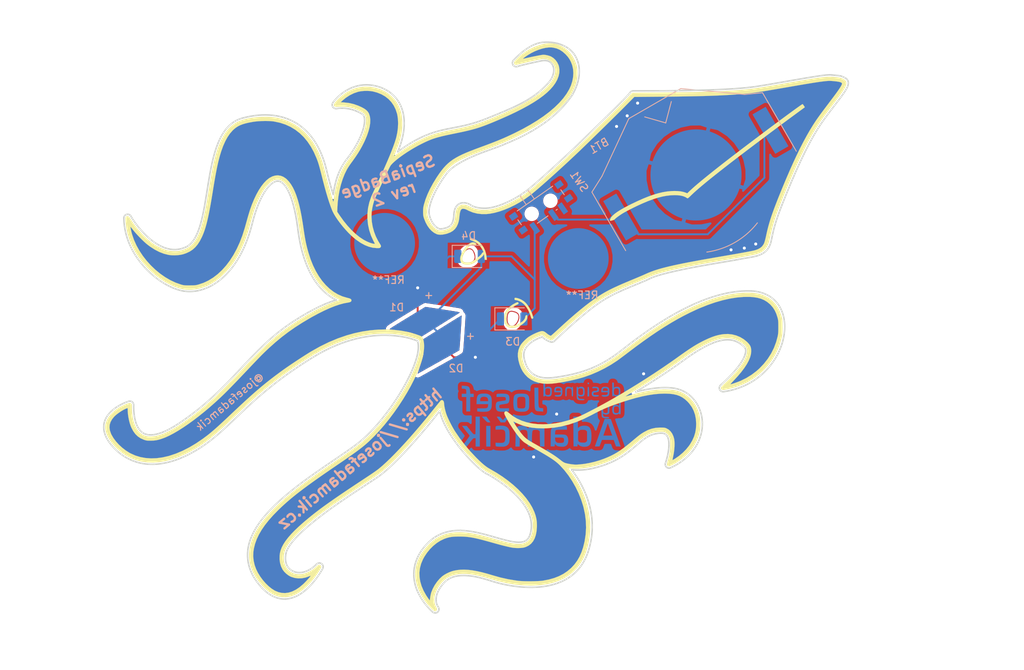
<source format=kicad_pcb>
(kicad_pcb (version 20171130) (host pcbnew 5.1.4-e60b266~84~ubuntu19.04.1)
  (layers (0 F.Cu signal) (31 B.Cu signal) (34 B.Paste user) (35 F.Paste user hide) (36 B.SilkS user) (37 F.SilkS user hide) (38 B.Mask user) (39 F.Mask user hide) (44 Edge.Cuts user))
  (net 0 "")
  (net 1 GND)
  (net 2 +3V0)
  (net 3 "Net-(D1-Pad1)")
  (module logos:josef_adamcik_20mm_cu_mask (layer B.Cu) (at 85 80 180)
    (fp_text reference Ref** hide)
    (fp_text value Val** hide)
    (fp_poly (pts (xy -3.862494 1.725083) (xy -3.8735 -0.232833) (xy -4.3815 -0.232833) (xy -4.394787 -0.0716) (xy -4.408074 0.089634) (xy -4.569772 -0.056451) (xy -4.771611 -0.18615) (xy -5.023829 -0.265937) (xy -5.305757 -0.291945) (xy -5.59672 -0.260305) (xy -5.625135 -0.253912) (xy -5.831315 -0.172643) (xy -5.990986 -0.034111) (xy -6.107517 0.167076) (xy -6.184274 0.436311) (xy -6.218636 0.696236) (xy -6.238589 1.141321) (xy -6.219345 1.529005) (xy -6.181505 1.742998) (xy -5.6515 1.742998) (xy -5.6515 0.458336) (xy -5.52801 0.352115) (xy -5.459988 0.299706) (xy -5.391202 0.269373) (xy -5.297991 0.256557) (xy -5.156692 0.256698) (xy -5.052707 0.26053) (xy -4.874248 0.270556) (xy -4.756906 0.287007) (xy -4.677131 0.31651) (xy -4.611374 0.36569) (xy -4.58353 0.392546) (xy -4.537228 0.441112) (xy -4.505055 0.48876) (xy -4.48444 0.551105) (xy -4.47281 0.643765) (xy -4.467594 0.782357) (xy -4.466218 0.982498) (xy -4.466167 1.105102) (xy -4.466167 1.700279) (xy -4.604418 1.823806) (xy -4.681221 1.886363) (xy -4.755007 1.923302) (xy -4.851358 1.94129) (xy -4.995854 1.946996) (xy -5.078307 1.947333) (xy -5.255009 1.944135) (xy -5.371887 1.930833) (xy -5.453663 1.901871) (xy -5.525057 1.85169) (xy -5.532723 1.845166) (xy -5.6515 1.742998) (xy -6.181505 1.742998) (xy -6.161778 1.854555) (xy -6.066762 2.113234) (xy -5.935169 2.300306) (xy -5.920203 2.314732) (xy -5.757693 2.414737) (xy -5.545247 2.47391) (xy -5.304817 2.493603) (xy -5.058357 2.475167) (xy -4.827819 2.419955) (xy -4.635156 2.329319) (xy -4.520025 2.228513) (xy -4.494224 2.200431) (xy -4.475305 2.19624) (xy -4.462183 2.225922) (xy -4.453774 2.299459) (xy -4.448992 2.426832) (xy -4.446755 2.618023) (xy -4.445977 2.883013) (xy -4.445941 2.910417) (xy -4.445 3.683) (xy -3.851488 3.683) (xy -3.862494 1.725083)) (layer B.Cu) (width 0.01))
    (fp_poly (pts (xy -1.913923 2.471118) (xy -1.691464 2.461551) (xy -1.506046 2.447556) (xy -1.377455 2.429413) (xy -1.3462 2.420999) (xy -1.172616 2.321498) (xy -1.023562 2.167655) (xy -0.923776 1.987669) (xy -0.903558 1.916489) (xy -0.894327 1.828917) (xy -0.885975 1.671007) (xy -0.878924 1.457086) (xy -0.873593 1.20148) (xy -0.870401 0.918517) (xy -0.86972 0.762) (xy -0.867833 -0.232833) (xy -1.375833 -0.232833) (xy -1.418167 0.092491) (xy -1.524 -0.02271) (xy -1.638358 -0.120723) (xy -1.765996 -0.195916) (xy -1.767332 -0.196488) (xy -1.905476 -0.234986) (xy -2.095514 -0.262614) (xy -2.30512 -0.2772) (xy -2.50197 -0.276572) (xy -2.653739 -0.258558) (xy -2.661801 -0.2566) (xy -2.877787 -0.167169) (xy -3.03346 -0.022583) (xy -3.130906 0.18036) (xy -3.172212 0.444859) (xy -3.174005 0.529167) (xy -3.170776 0.567339) (xy -2.624667 0.567339) (xy -2.614368 0.419248) (xy -2.574898 0.318178) (xy -2.493394 0.255626) (xy -2.356997 0.223088) (xy -2.152843 0.21206) (xy -2.086749 0.211667) (xy -1.910063 0.213961) (xy -1.793539 0.224882) (xy -1.712714 0.250493) (xy -1.643122 0.296854) (xy -1.602824 0.331555) (xy -1.520911 0.417993) (xy -1.475745 0.512204) (xy -1.45265 0.648464) (xy -1.448747 0.691389) (xy -1.428849 0.931333) (xy -1.949341 0.931333) (xy -2.202537 0.928505) (xy -2.38326 0.915665) (xy -2.50363 0.88628) (xy -2.57577 0.833816) (xy -2.611801 0.75174) (xy -2.623844 0.633519) (xy -2.624667 0.567339) (xy -3.170776 0.567339) (xy -3.14958 0.817867) (xy -3.077454 1.03836) (xy -2.956523 1.19313) (xy -2.848273 1.26101) (xy -2.765667 1.290841) (xy -2.661786 1.311339) (xy -2.520878 1.323894) (xy -2.327191 1.329898) (xy -2.064971 1.330743) (xy -2.059226 1.330718) (xy -1.430286 1.327936) (xy -1.448187 1.575417) (xy -1.460279 1.709882) (xy -1.481938 1.809548) (xy -1.524571 1.879627) (xy -1.599583 1.925325) (xy -1.71838 1.951855) (xy -1.892368 1.964424) (xy -2.132953 1.968242) (xy -2.308825 1.9685) (xy -3.005715 1.9685) (xy -3.005691 2.189944) (xy -3.001932 2.320848) (xy -2.983152 2.391728) (xy -2.93804 2.427142) (xy -2.88925 2.442774) (xy -2.778405 2.459531) (xy -2.605663 2.470465) (xy -2.39081 2.475855) (xy -2.153634 2.475979) (xy -1.913923 2.471118)) (layer B.Cu) (width 0.01))
    (fp_poly (pts (xy 5.863167 2.485319) (xy 6.082275 2.470525) (xy 6.230628 2.452409) (xy 6.322019 2.423158) (xy 6.370238 2.374958) (xy 6.389078 2.299996) (xy 6.392332 2.19046) (xy 6.392333 2.185549) (xy 6.392333 1.967156) (xy 5.933189 1.982871) (xy 5.708261 1.98749) (xy 5.548827 1.982165) (xy 5.436116 1.965224) (xy 5.351361 1.934995) (xy 5.341777 1.930189) (xy 5.250717 1.874785) (xy 5.185829 1.808109) (xy 5.142817 1.71567) (xy 5.117384 1.582977) (xy 5.105232 1.395542) (xy 5.102066 1.138874) (xy 5.102067 1.121833) (xy 5.108755 0.815574) (xy 5.134551 0.584003) (xy 5.188589 0.417735) (xy 5.280002 0.307382) (xy 5.417922 0.243557) (xy 5.611482 0.216873) (xy 5.869816 0.217942) (xy 5.976459 0.223093) (xy 6.392333 0.246009) (xy 6.392333 0.0217) (xy 6.383364 -0.1282) (xy 6.354231 -0.208197) (xy 6.328856 -0.226966) (xy 6.238999 -0.244981) (xy 6.087607 -0.259204) (xy 5.897748 -0.269079) (xy 5.692493 -0.274048) (xy 5.494909 -0.273554) (xy 5.328068 -0.267038) (xy 5.215038 -0.253944) (xy 5.2148 -0.253893) (xy 4.957651 -0.164456) (xy 4.763611 -0.018615) (xy 4.640705 0.165527) (xy 4.606732 0.247145) (xy 4.582489 0.332345) (xy 4.566376 0.437005) (xy 4.556797 0.577004) (xy 4.552152 0.768223) (xy 4.550842 1.026541) (xy 4.550833 1.058333) (xy 4.552469 1.336669) (xy 4.558274 1.546131) (xy 4.569597 1.702465) (xy 4.587786 1.821416) (xy 4.614187 1.918732) (xy 4.627664 1.955944) (xy 4.739771 2.163003) (xy 4.899376 2.317477) (xy 5.112543 2.421965) (xy 5.385332 2.479063) (xy 5.723808 2.491369) (xy 5.863167 2.485319)) (layer B.Cu) (width 0.01))
    (fp_poly (pts (xy -7.348135 1.62019) (xy -7.216225 1.250899) (xy -7.092798 0.905305) (xy -6.980835 0.591758) (xy -6.883316 0.318606) (xy -6.803221 0.094197) (xy -6.74353 -0.073119) (xy -6.707224 -0.174996) (xy -6.69727 -0.203044) (xy -6.706404 -0.231638) (xy -6.767668 -0.246107) (xy -6.893837 -0.248323) (xy -6.986323 -0.245378) (xy -7.294542 -0.232833) (xy -7.45289 0.1905) (xy -7.611239 0.613833) (xy -9.163431 0.613833) (xy -9.467059 -0.232833) (xy -10.074929 -0.257701) (xy -9.927357 0.1569) (xy -9.877186 0.29745) (xy -9.802997 0.504732) (xy -9.70943 0.76581) (xy -9.601125 1.067748) (xy -9.558918 1.185333) (xy -8.971926 1.185333) (xy -7.793089 1.185333) (xy -7.850518 1.344083) (xy -7.886741 1.444427) (xy -7.944022 1.603343) (xy -8.014758 1.799736) (xy -8.091351 2.012511) (xy -8.098364 2.032) (xy -8.174157 2.241449) (xy -8.244128 2.432674) (xy -8.301008 2.585954) (xy -8.33753 2.681568) (xy -8.340174 2.688167) (xy -8.391566 2.815167) (xy -8.467174 2.6035) (xy -8.508866 2.486611) (xy -8.571462 2.310899) (xy -8.647502 2.097317) (xy -8.729525 1.866815) (xy -8.757355 1.788583) (xy -8.971926 1.185333) (xy -9.558918 1.185333) (xy -9.482722 1.397608) (xy -9.358861 1.742454) (xy -9.277625 1.9685) (xy -8.775466 3.3655) (xy -8.37765 3.377024) (xy -7.979833 3.388547) (xy -7.348135 1.62019)) (layer B.Cu) (width 0.01))
    (fp_poly (pts (xy 1.51609 2.491298) (xy 1.737204 2.435831) (xy 1.923376 2.335862) (xy 2.056224 2.192311) (xy 2.063995 2.178977) (xy 2.095455 2.148212) (xy 2.144081 2.163679) (xy 2.227584 2.232733) (xy 2.255 2.258302) (xy 2.460762 2.395462) (xy 2.720241 2.473769) (xy 3.023917 2.490671) (xy 3.101828 2.485352) (xy 3.325941 2.443653) (xy 3.493052 2.357252) (xy 3.624508 2.21354) (xy 3.661833 2.154575) (xy 3.687449 2.105554) (xy 3.707581 2.048577) (xy 3.723054 1.972935) (xy 3.734693 1.86792) (xy 3.743322 1.722825) (xy 3.749767 1.526941) (xy 3.754853 1.26956) (xy 3.759404 0.939975) (xy 3.760155 0.878417) (xy 3.773811 -0.254) (xy 3.224049 -0.254) (xy 3.210108 0.765795) (xy 3.205552 1.08523) (xy 3.200984 1.33076) (xy 3.195292 1.513143) (xy 3.187362 1.643134) (xy 3.176083 1.73149) (xy 3.16034 1.788965) (xy 3.13902 1.826317) (xy 3.111013 1.8543) (xy 3.096227 1.866462) (xy 2.986952 1.915752) (xy 2.827407 1.943654) (xy 2.649652 1.948525) (xy 2.485748 1.928726) (xy 2.402127 1.901988) (xy 2.334894 1.866974) (xy 2.282667 1.823643) (xy 2.243368 1.761462) (xy 2.214917 1.669894) (xy 2.195236 1.538405) (xy 2.182244 1.356458) (xy 2.173864 1.113519) (xy 2.168017 0.799053) (xy 2.166722 0.709083) (xy 2.153277 -0.254) (xy 1.608667 -0.254) (xy 1.605576 0.560917) (xy 1.602006 0.938177) (xy 1.59385 1.239234) (xy 1.580187 1.472472) (xy 1.560092 1.646276) (xy 1.532642 1.769031) (xy 1.496914 1.849119) (xy 1.459205 1.890015) (xy 1.366191 1.924013) (xy 1.211076 1.943759) (xy 1.094936 1.947333) (xy 0.928913 1.942334) (xy 0.818592 1.92252) (xy 0.735352 1.880673) (xy 0.690277 1.845249) (xy 0.5715 1.743164) (xy 0.550333 0.755165) (xy 0.529167 -0.232833) (xy 0.243417 -0.245351) (xy -0.042333 -0.257868) (xy -0.042333 2.455333) (xy 0.508 2.455333) (xy 0.508 2.103679) (xy 0.649862 2.24975) (xy 0.826921 2.38149) (xy 1.042567 2.465048) (xy 1.278418 2.501344) (xy 1.51609 2.491298)) (layer B.Cu) (width 0.01))
    (fp_poly (pts (xy 7.62 -0.254) (xy 7.069667 -0.254) (xy 7.069667 2.455333) (xy 7.62 2.455333) (xy 7.62 -0.254)) (layer B.Cu) (width 0.01))
    (fp_poly (pts (xy 9.026903 2.529417) (xy 9.038167 1.375833) (xy 9.174028 1.362696) (xy 9.227047 1.361476) (xy 9.27663 1.375184) (xy 9.332552 1.41305) (xy 9.40459 1.484306) (xy 9.502519 1.598181) (xy 9.636115 1.763907) (xy 9.745528 1.902305) (xy 10.181167 2.455051) (xy 10.491728 2.455192) (xy 10.80229 2.455333) (xy 10.577949 2.169583) (xy 10.441557 1.996348) (xy 10.282388 1.794907) (xy 10.130463 1.603244) (xy 10.101129 1.566333) (xy 9.987534 1.423211) (xy 9.891703 1.30197) (xy 9.827446 1.220105) (xy 9.810839 1.198564) (xy 9.820533 1.145903) (xy 9.883741 1.032238) (xy 10.001015 0.856723) (xy 10.172903 0.618512) (xy 10.284014 0.469633) (xy 10.439419 0.262162) (xy 10.575791 0.078058) (xy 10.685464 -0.072164) (xy 10.760775 -0.177989) (xy 10.794059 -0.228898) (xy 10.795 -0.231515) (xy 10.75618 -0.242415) (xy 10.653749 -0.250375) (xy 10.508753 -0.253861) (xy 10.488083 -0.253906) (xy 10.181167 -0.253811) (xy 9.757833 0.296333) (xy 9.60012 0.500246) (xy 9.483433 0.646353) (xy 9.397593 0.744274) (xy 9.332423 0.803631) (xy 9.277743 0.834047) (xy 9.223376 0.845142) (xy 9.17575 0.846573) (xy 9.017 0.846667) (xy 9.017 -0.254) (xy 8.466667 -0.254) (xy 8.466667 3.683) (xy 9.015639 3.683) (xy 9.026903 2.529417)) (layer B.Cu) (width 0.01))
    (fp_poly (pts (xy 6.148354 3.677914) (xy 6.215076 3.66507) (xy 6.223 3.657839) (xy 6.199707 3.615135) (xy 6.136806 3.519678) (xy 6.04476 3.38699) (xy 5.966116 3.276839) (xy 5.709232 2.921) (xy 5.426366 2.922356) (xy 5.1435 2.923713) (xy 4.878414 3.292773) (xy 4.613327 3.661833) (xy 4.805292 3.674776) (xy 4.906284 3.677902) (xy 4.981216 3.66245) (xy 5.053123 3.615789) (xy 5.145038 3.525287) (xy 5.213872 3.450706) (xy 5.430487 3.213695) (xy 5.63963 3.448348) (xy 5.752209 3.570114) (xy 5.834477 3.640473) (xy 5.909964 3.673358) (xy 6.002201 3.682704) (xy 6.035886 3.683) (xy 6.148354 3.677914)) (layer B.Cu) (width 0.01))
    (fp_poly (pts (xy 8.104469 3.58775) (xy 8.040014 3.514969) (xy 7.934837 3.401354) (xy 7.807341 3.266676) (xy 7.749793 3.20675) (xy 7.618331 3.072837) (xy 7.525074 2.989011) (xy 7.450346 2.943566) (xy 7.374468 2.9248) (xy 7.277764 2.921007) (xy 7.269387 2.921) (xy 7.144789 2.926894) (xy 7.092979 2.946852) (xy 7.095614 2.973917) (xy 7.132615 3.030099) (xy 7.206154 3.136837) (xy 7.303539 3.275806) (xy 7.359525 3.354917) (xy 7.592493 3.683) (xy 8.183455 3.683) (xy 8.104469 3.58775)) (layer B.Cu) (width 0.01))
    (fp_poly (pts (xy -8.382 4.728633) (xy -8.377068 4.474941) (xy -8.362395 4.301066) (xy -8.338169 4.20895) (xy -8.3312 4.199467) (xy -8.24722 4.162502) (xy -8.118261 4.150279) (xy -7.980102 4.162113) (xy -7.868524 4.197317) (xy -7.850341 4.208678) (xy -7.813385 4.245883) (xy -7.788142 4.30443) (xy -7.771624 4.400696) (xy -7.760846 4.551055) (xy -7.753838 4.737845) (xy -7.739509 5.207) (xy -7.524669 5.207) (xy -7.545401 4.47675) (xy -7.554031 4.2319) (xy -7.564897 4.01292) (xy -7.576978 3.8354) (xy -7.589253 3.714932) (xy -7.598197 3.670851) (xy -7.680371 3.572787) (xy -7.831793 3.508206) (xy -8.056321 3.47585) (xy -8.210565 3.471333) (xy -8.38038 3.473261) (xy -8.482397 3.481683) (xy -8.533446 3.50056) (xy -8.550357 3.533852) (xy -8.551333 3.551518) (xy -8.541972 3.592219) (xy -8.502713 3.61811) (xy -8.416799 3.633942) (xy -8.26747 3.644468) (xy -8.214555 3.646996) (xy -8.049825 3.659895) (xy -7.916225 3.680321) (xy -7.837807 3.704342) (xy -7.830215 3.709852) (xy -7.795081 3.779481) (xy -7.76517 3.89556) (xy -7.758572 3.936948) (xy -7.734491 4.116482) (xy -7.835996 4.052944) (xy -7.959202 3.993212) (xy -8.055503 3.961999) (xy -8.191577 3.954671) (xy -8.340559 3.981769) (xy -8.470405 4.034038) (xy -8.549072 4.102225) (xy -8.550614 4.104988) (xy -8.567466 4.17747) (xy -8.581226 4.314686) (xy -8.590441 4.496718) (xy -8.593667 4.696217) (xy -8.593667 5.207) (xy -8.382 5.207) (xy -8.382 4.728633)) (layer B.Cu) (width 0.01))
    (fp_poly (pts (xy -9.918423 5.796404) (xy -9.887169 5.775488) (xy -9.87087 5.720227) (xy -9.864659 5.613929) (xy -9.863667 5.439901) (xy -9.863667 5.073855) (xy -9.752124 5.161594) (xy -9.610159 5.227562) (xy -9.432107 5.248409) (xy -9.254836 5.221978) (xy -9.186333 5.194689) (xy -9.082997 5.096414) (xy -9.013218 4.927037) (xy -8.9798 4.694342) (xy -8.977292 4.614333) (xy -8.989539 4.361806) (xy -9.03402 4.179495) (xy -9.114281 4.057959) (xy -9.209064 3.997118) (xy -9.404651 3.945951) (xy -9.608587 3.962279) (xy -9.630833 3.967448) (xy -9.734623 4.013398) (xy -9.784353 4.049031) (xy -9.840847 4.087849) (xy -9.870981 4.062207) (xy -9.878274 4.044661) (xy -9.936317 3.990846) (xy -9.989338 3.979333) (xy -10.017639 3.982243) (xy -10.038934 3.997992) (xy -10.05422 4.03711) (xy -10.064492 4.11013) (xy -10.070744 4.22758) (xy -10.073971 4.399992) (xy -10.074942 4.593167) (xy -9.863667 4.593167) (xy -9.851368 4.39031) (xy -9.808277 4.257129) (xy -9.725104 4.181407) (xy -9.592558 4.150928) (xy -9.525624 4.148667) (xy -9.360119 4.165082) (xy -9.25677 4.211476) (xy -9.252857 4.215191) (xy -9.213873 4.285011) (xy -9.192624 4.407426) (xy -9.186333 4.593167) (xy -9.194285 4.793107) (xy -9.22532 4.923387) (xy -9.290204 4.998116) (xy -9.399707 5.0314) (xy -9.525624 5.037667) (xy -9.679896 5.021494) (xy -9.781181 4.964833) (xy -9.838768 4.855467) (xy -9.861947 4.681181) (xy -9.863667 4.593167) (xy -10.074942 4.593167) (xy -10.075168 4.637897) (xy -10.075333 4.8895) (xy -10.075333 5.799667) (xy -9.9695 5.799667) (xy -9.918423 5.796404)) (layer B.Cu) (width 0.01))
    (fp_poly (pts (xy 3.298341 6.701738) (xy 3.520519 6.678708) (xy 3.685512 6.636058) (xy 3.806631 6.569994) (xy 3.897187 6.47672) (xy 3.916176 6.449369) (xy 3.969679 6.319083) (xy 4.009001 6.125692) (xy 4.034265 5.887778) (xy 4.045591 5.623927) (xy 4.043102 5.352723) (xy 4.026918 5.092749) (xy 3.997161 4.862592) (xy 3.953951 4.680835) (xy 3.903936 4.574367) (xy 3.768179 4.459091) (xy 3.557864 4.378635) (xy 3.275977 4.333832) (xy 3.005667 4.324186) (xy 2.812218 4.328706) (xy 2.635736 4.338689) (xy 2.503923 4.352341) (xy 2.466977 4.359103) (xy 2.247704 4.448944) (xy 2.086344 4.599836) (xy 2.043464 4.667649) (xy 2.015138 4.731303) (xy 1.994788 4.811874) (xy 1.981184 4.923431) (xy 1.973094 5.080047) (xy 1.969288 5.295794) (xy 1.9685 5.5245) (xy 1.968515 5.52923) (xy 2.455333 5.52923) (xy 2.458154 5.252362) (xy 2.472543 5.049216) (xy 2.507386 4.90889) (xy 2.57157 4.82048) (xy 2.673982 4.773084) (xy 2.82351 4.755801) (xy 3.029039 4.757727) (xy 3.082649 4.759646) (xy 3.276462 4.774545) (xy 3.401031 4.803783) (xy 3.463649 4.842502) (xy 3.496324 4.892253) (xy 3.51939 4.975038) (xy 3.535119 5.105848) (xy 3.545777 5.299674) (xy 3.549469 5.40959) (xy 3.554267 5.687943) (xy 3.547625 5.89448) (xy 3.526183 6.041669) (xy 3.486582 6.141974) (xy 3.425461 6.207861) (xy 3.339462 6.251795) (xy 3.320675 6.258472) (xy 3.141147 6.293155) (xy 2.915851 6.296697) (xy 2.880306 6.294379) (xy 2.726448 6.278404) (xy 2.614976 6.249196) (xy 2.539088 6.194509) (xy 2.491984 6.1021) (xy 2.466863 5.959723) (xy 2.456925 5.755135) (xy 2.455333 5.52923) (xy 1.968515 5.52923) (xy 1.969407 5.792992) (xy 1.973087 5.991368) (xy 1.980977 6.134166) (xy 1.994517 6.235927) (xy 2.015145 6.311189) (xy 2.044298 6.374494) (xy 2.054345 6.392333) (xy 2.141498 6.512883) (xy 2.251311 6.600158) (xy 2.397382 6.658685) (xy 2.593314 6.692991) (xy 2.852706 6.707601) (xy 3.005667 6.708944) (xy 3.298341 6.701738)) (layer B.Cu) (width 0.01))
    (fp_poly (pts (xy 5.734944 6.705715) (xy 5.924259 6.698353) (xy 6.070697 6.68778) (xy 6.148917 6.676174) (xy 6.221961 6.647087) (xy 6.255846 6.594286) (xy 6.265141 6.490451) (xy 6.265333 6.457894) (xy 6.265333 6.271067) (xy 5.721926 6.278784) (xy 5.466307 6.27978) (xy 5.283276 6.271225) (xy 5.160894 6.248403) (xy 5.08722 6.206601) (xy 5.050315 6.141106) (xy 5.038238 6.047204) (xy 5.037667 6.008648) (xy 5.045327 5.899552) (xy 5.0643 5.832978) (xy 5.069876 5.82709) (xy 5.122239 5.813827) (xy 5.240853 5.792499) (xy 5.408025 5.766067) (xy 5.602796 5.73794) (xy 5.849798 5.701103) (xy 6.026856 5.665937) (xy 6.148348 5.626486) (xy 6.228654 5.576798) (xy 6.28215 5.510916) (xy 6.315144 5.442948) (xy 6.352359 5.29156) (xy 6.366143 5.097592) (xy 6.357393 4.894788) (xy 6.327008 4.716888) (xy 6.293384 4.625316) (xy 6.224511 4.514498) (xy 6.14316 4.436263) (xy 6.033637 4.384797) (xy 5.880247 4.354289) (xy 5.667296 4.338927) (xy 5.508423 4.334633) (xy 5.290876 4.333493) (xy 5.084426 4.337219) (xy 4.915448 4.345074) (xy 4.826 4.353684) (xy 4.6355 4.3815) (xy 4.610032 4.775398) (xy 5.202223 4.768949) (xy 5.450065 4.769406) (xy 5.64609 4.776232) (xy 5.779338 4.788787) (xy 5.83858 4.806156) (xy 5.892953 4.907324) (xy 5.910227 5.03944) (xy 5.886405 5.157711) (xy 5.872115 5.181858) (xy 5.822684 5.223312) (xy 5.73358 5.257173) (xy 5.589942 5.287518) (xy 5.376913 5.318425) (xy 5.37207 5.319047) (xy 5.174688 5.347541) (xy 4.997364 5.378817) (xy 4.864338 5.408311) (xy 4.81342 5.424236) (xy 4.691354 5.510263) (xy 4.612211 5.654421) (xy 4.572855 5.864165) (xy 4.567033 6.009555) (xy 4.579776 6.239179) (xy 4.625528 6.41474) (xy 4.713121 6.542688) (xy 4.851387 6.629473) (xy 5.049157 6.681543) (xy 5.315263 6.705348) (xy 5.5245 6.70873) (xy 5.734944 6.705715)) (layer B.Cu) (width 0.01))
    (fp_poly (pts (xy 8.077081 6.718202) (xy 8.341611 6.68423) (xy 8.541733 6.620735) (xy 8.68635 6.517507) (xy 8.784366 6.364335) (xy 8.844685 6.151011) (xy 8.876209 5.867324) (xy 8.880024 5.797443) (xy 8.90199 5.334) (xy 7.354989 5.334) (xy 7.376995 5.138758) (xy 7.397795 5.005046) (xy 7.433584 4.907269) (xy 7.496355 4.839928) (xy 7.598103 4.797522) (xy 7.750822 4.774553) (xy 7.966505 4.76552) (xy 8.192902 4.764634) (xy 8.805333 4.766768) (xy 8.805333 4.372395) (xy 8.545123 4.345197) (xy 8.307809 4.328353) (xy 8.048498 4.322889) (xy 7.794329 4.328282) (xy 7.572435 4.344007) (xy 7.421213 4.366904) (xy 7.212095 4.454827) (xy 7.049275 4.607389) (xy 6.946989 4.81087) (xy 6.941842 4.828959) (xy 6.917055 4.973858) (xy 6.90088 5.176525) (xy 6.893253 5.41308) (xy 6.894113 5.659644) (xy 6.896321 5.715) (xy 7.354492 5.715) (xy 8.424333 5.715) (xy 8.424333 5.861175) (xy 8.395729 6.055999) (xy 8.308369 6.193391) (xy 8.159936 6.27495) (xy 7.94811 6.302278) (xy 7.797328 6.294122) (xy 7.608407 6.257235) (xy 7.485674 6.184033) (xy 7.413601 6.060361) (xy 7.381968 5.915463) (xy 7.354492 5.715) (xy 6.896321 5.715) (xy 6.903398 5.892339) (xy 6.921046 6.087285) (xy 6.945441 6.215566) (xy 7.047561 6.417664) (xy 7.216344 6.57005) (xy 7.449051 6.671508) (xy 7.742942 6.720821) (xy 8.077081 6.718202)) (layer B.Cu) (width 0.01))
    (fp_poly (pts (xy 1.262071 6.12775) (xy 1.257809 5.702375) (xy 1.251865 5.353789) (xy 1.240943 5.074131) (xy 1.221741 4.855537) (xy 1.190962 4.690146) (xy 1.145306 4.570095) (xy 1.081473 4.487523) (xy 0.996166 4.434568) (xy 0.886083 4.403366) (xy 0.747928 4.386058) (xy 0.578399 4.374779) (xy 0.525164 4.371649) (xy 0.127 4.347894) (xy 0.127 4.773911) (xy 0.355099 4.80241) (xy 0.460884 4.814749) (xy 0.545358 4.828348) (xy 0.611003 4.852034) (xy 0.660297 4.894634) (xy 0.695721 4.964975) (xy 0.719753 5.071884) (xy 0.734874 5.224188) (xy 0.743563 5.430714) (xy 0.7483 5.700289) (xy 0.751564 6.04174) (xy 0.753198 6.219542) (xy 0.765562 7.493) (xy 1.27531 7.493) (xy 1.262071 6.12775)) (layer B.Cu) (width 0.01))
    (fp_poly (pts (xy 10.837333 7.376484) (xy 10.607066 7.357389) (xy 10.43141 7.333735) (xy 10.323277 7.286792) (xy 10.266867 7.199174) (xy 10.24638 7.053496) (xy 10.244667 6.95865) (xy 10.244667 6.688667) (xy 10.837333 6.688667) (xy 10.837333 6.265333) (xy 10.244667 6.265333) (xy 10.244667 4.360333) (xy 9.736667 4.360333) (xy 9.736667 6.265333) (xy 9.271 6.265333) (xy 9.271 6.688667) (xy 9.724117 6.688667) (xy 9.749779 7.021435) (xy 9.779253 7.279306) (xy 9.829959 7.465359) (xy 9.914237 7.591972) (xy 10.044431 7.671527) (xy 10.232882 7.716402) (xy 10.463586 7.737434) (xy 10.837333 7.758744) (xy 10.837333 7.376484)) (layer B.Cu) (width 0.01))
    (fp_poly (pts (xy -4.327098 7.617196) (xy -4.304882 7.601208) (xy -4.289991 7.560676) (xy -4.28135 7.484236) (xy -4.277882 7.360529) (xy -4.278511 7.178191) (xy -4.282161 6.925861) (xy -4.283632 6.837905) (xy -4.288767 6.561711) (xy -4.29456 6.357336) (xy -4.302612 6.211938) (xy -4.314526 6.112674) (xy -4.331904 6.046701) (xy -4.356347 6.001178) (xy -4.389458 5.963262) (xy -4.393213 5.959489) (xy -4.452875 5.911116) (xy -4.52841 5.880261) (xy -4.641226 5.861837) (xy -4.812733 5.850758) (xy -4.85888 5.848863) (xy -5.028567 5.845865) (xy -5.16512 5.850122) (xy -5.247142 5.860691) (xy -5.259917 5.866502) (xy -5.289931 5.934777) (xy -5.291667 5.954889) (xy -5.267388 5.98589) (xy -5.186497 6.003862) (xy -5.036913 6.010986) (xy -4.978857 6.011333) (xy -4.767282 6.02227) (xy -4.623583 6.060994) (xy -4.533109 6.13638) (xy -4.481208 6.257302) (xy -4.467901 6.320796) (xy -4.440209 6.482092) (xy -4.544662 6.413651) (xy -4.675079 6.364444) (xy -4.846276 6.34494) (xy -5.021062 6.355402) (xy -5.162245 6.396093) (xy -5.18507 6.409107) (xy -5.2599 6.485084) (xy -5.307381 6.604014) (xy -5.330016 6.778009) (xy -5.330235 6.955586) (xy -5.136445 6.955586) (xy -5.132747 6.782535) (xy -5.118845 6.67365) (xy -5.090526 6.608641) (xy -5.057798 6.576841) (xy -4.933138 6.529086) (xy -4.77721 6.524335) (xy -4.630675 6.560931) (xy -4.570465 6.596731) (xy -4.519394 6.649054) (xy -4.490392 6.71793) (xy -4.477538 6.826884) (xy -4.474883 6.976476) (xy -4.481752 7.172399) (xy -4.509817 7.298891) (xy -4.570264 7.370593) (xy -4.674279 7.402145) (xy -4.804833 7.408333) (xy -4.952305 7.399875) (xy -5.048654 7.364899) (xy -5.104428 7.289004) (xy -5.130175 7.157787) (xy -5.136444 6.956847) (xy -5.136445 6.955586) (xy -5.330235 6.955586) (xy -5.330314 7.019182) (xy -5.327008 7.095051) (xy -5.315639 7.263806) (xy -5.297141 7.372327) (xy -5.263565 7.445042) (xy -5.206962 7.506379) (xy -5.187652 7.523341) (xy -5.100118 7.586679) (xy -5.009952 7.613797) (xy -4.881261 7.613706) (xy -4.840111 7.610591) (xy -4.671326 7.58122) (xy -4.549346 7.529504) (xy -4.530323 7.514761) (xy -4.468669 7.463727) (xy -4.447385 7.474053) (xy -4.445 7.528772) (xy -4.418843 7.603356) (xy -4.357716 7.62) (xy -4.327098 7.617196)) (layer B.Cu) (width 0.01))
    (fp_poly (pts (xy -8.974667 7.260167) (xy -8.97496 6.960585) (xy -8.976493 6.735145) (xy -8.980244 6.57332) (xy -8.987193 6.464586) (xy -8.998319 6.398417) (xy -9.014601 6.364288) (xy -9.037017 6.351674) (xy -9.059333 6.35) (xy -9.1287 6.378316) (xy -9.145287 6.44525) (xy -9.150889 6.508789) (xy -9.172897 6.4941) (xy -9.188792 6.468083) (xy -9.255541 6.409676) (xy -9.365717 6.358873) (xy -9.388588 6.351903) (xy -9.524735 6.320656) (xy -9.638134 6.317538) (xy -9.767573 6.337432) (xy -9.884465 6.386075) (xy -9.964818 6.485499) (xy -10.012683 6.645057) (xy -10.032107 6.874097) (xy -10.033 6.950478) (xy -10.032429 6.963833) (xy -9.8425 6.963833) (xy -9.833018 6.762219) (xy -9.805583 6.628858) (xy -9.7844 6.58934) (xy -9.697069 6.539685) (xy -9.564376 6.519066) (xy -9.420486 6.527479) (xy -9.299569 6.564921) (xy -9.26375 6.589395) (xy -9.221002 6.646978) (xy -9.196932 6.736972) (xy -9.187196 6.880588) (xy -9.186333 6.967371) (xy -9.19452 7.166502) (xy -9.226246 7.296027) (xy -9.292263 7.370034) (xy -9.403324 7.402612) (xy -9.52284 7.408333) (xy -9.666764 7.397703) (xy -9.760534 7.356424) (xy -9.814281 7.270409) (xy -9.838133 7.125575) (xy -9.8425 6.963833) (xy -10.032429 6.963833) (xy -10.021814 7.21202) (xy -9.986386 7.399823) (xy -9.92391 7.52206) (xy -9.831582 7.5869) (xy -9.812446 7.592875) (xy -9.621958 7.618115) (xy -9.430521 7.601519) (xy -9.30275 7.55875) (xy -9.186333 7.498021) (xy -9.186333 7.834177) (xy -9.185185 8.001385) (xy -9.178101 8.101265) (xy -9.159621 8.151157) (xy -9.124289 8.168398) (xy -9.0805 8.170333) (xy -8.974667 8.170333) (xy -8.974667 7.260167)) (layer B.Cu) (width 0.01))
    (fp_poly (pts (xy -7.891808 7.610548) (xy -7.721183 7.5632) (xy -7.610033 7.463198) (xy -7.550719 7.304093) (xy -7.535333 7.110008) (xy -7.535333 6.900333) (xy -8.382 6.900333) (xy -8.382 6.776357) (xy -8.366714 6.66127) (xy -8.312487 6.585046) (xy -8.206769 6.540803) (xy -8.037008 6.521659) (xy -7.91331 6.519333) (xy -7.744856 6.517295) (xy -7.644136 6.508533) (xy -7.594262 6.489076) (xy -7.578346 6.454955) (xy -7.577667 6.440421) (xy -7.616309 6.381709) (xy -7.720003 6.33988) (xy -7.870399 6.317227) (xy -8.049151 6.316043) (xy -8.237908 6.338621) (xy -8.295265 6.350728) (xy -8.409959 6.394216) (xy -8.49103 6.453363) (xy -8.494612 6.457944) (xy -8.546074 6.577611) (xy -8.578843 6.757646) (xy -8.590117 6.975256) (xy -8.581452 7.164723) (xy -8.577089 7.191483) (xy -8.382 7.191483) (xy -8.382 7.069667) (xy -7.69794 7.069667) (xy -7.72693 7.20725) (xy -7.763812 7.33088) (xy -7.823365 7.398269) (xy -7.928275 7.425577) (xy -8.038944 7.4295) (xy -8.219868 7.409379) (xy -8.331363 7.346346) (xy -8.379196 7.236402) (xy -8.382 7.191483) (xy -8.577089 7.191483) (xy -8.549291 7.361937) (xy -8.485559 7.491069) (xy -8.375116 7.567093) (xy -8.202822 7.604985) (xy -8.129546 7.611692) (xy -7.891808 7.610548)) (layer B.Cu) (width 0.01))
    (fp_poly (pts (xy -6.446255 7.597278) (xy -6.36716 7.548664) (xy -6.35 7.492843) (xy -6.357552 7.447009) (xy -6.393315 7.425761) (xy -6.47695 7.424527) (xy -6.596901 7.435438) (xy -6.802587 7.44198) (xy -6.938404 7.408938) (xy -7.010782 7.333428) (xy -7.027333 7.242448) (xy -7.006866 7.151803) (xy -6.936772 7.097807) (xy -6.804017 7.073484) (xy -6.705567 7.070245) (xy -6.565635 7.054864) (xy -6.443641 7.024119) (xy -6.329837 6.94383) (xy -6.27479 6.804334) (xy -6.279436 6.608271) (xy -6.284931 6.576311) (xy -6.339953 6.449459) (xy -6.452556 6.365573) (xy -6.627826 6.32309) (xy -6.870847 6.320446) (xy -7.059083 6.338291) (xy -7.160804 6.36636) (xy -7.196089 6.423465) (xy -7.196667 6.435637) (xy -7.187841 6.475642) (xy -7.150337 6.500998) (xy -7.067619 6.516088) (xy -6.923149 6.525295) (xy -6.847417 6.528205) (xy -6.498167 6.5405) (xy -6.498167 6.836833) (xy -6.812674 6.888874) (xy -6.970952 6.919843) (xy -7.097832 6.953449) (xy -7.168684 6.983027) (xy -7.172507 6.986241) (xy -7.199104 7.052686) (xy -7.21541 7.17021) (xy -7.217833 7.239605) (xy -7.202991 7.404098) (xy -7.149321 7.511677) (xy -7.04311 7.575117) (xy -6.870641 7.607194) (xy -6.818492 7.611599) (xy -6.594805 7.617776) (xy -6.446255 7.597278)) (layer B.Cu) (width 0.01))
    (fp_poly (pts (xy -1.610155 7.589596) (xy -1.527279 7.558196) (xy -1.438985 7.49323) (xy -1.385755 7.397484) (xy -1.360361 7.25177) (xy -1.355245 7.101417) (xy -1.354667 6.900333) (xy -2.201333 6.900333) (xy -2.201333 6.776357) (xy -2.186047 6.66127) (xy -2.13182 6.585046) (xy -2.026102 6.540803) (xy -1.856341 6.521659) (xy -1.732643 6.519333) (xy -1.564189 6.517295) (xy -1.46347 6.508533) (xy -1.413596 6.489076) (xy -1.39768 6.454955) (xy -1.397 6.440421) (xy -1.436047 6.381458) (xy -1.542701 6.33982) (xy -1.701234 6.317878) (xy -1.895919 6.318005) (xy -2.079707 6.337486) (xy -2.219927 6.390738) (xy -2.317957 6.504884) (xy -2.378103 6.68673) (xy -2.398694 6.841671) (xy -2.404624 7.123207) (xy -2.397178 7.167409) (xy -2.201333 7.167409) (xy -2.196768 7.119192) (xy -2.171669 7.090173) (xy -2.108928 7.075489) (xy -1.991441 7.07028) (xy -1.857375 7.069667) (xy -1.513417 7.069667) (xy -1.540669 7.205927) (xy -1.576759 7.327661) (xy -1.637877 7.395732) (xy -1.745342 7.424692) (xy -1.868196 7.4295) (xy -2.043961 7.407195) (xy -2.152322 7.337437) (xy -2.198697 7.215965) (xy -2.201333 7.167409) (xy -2.397178 7.167409) (xy -2.369014 7.334572) (xy -2.290537 7.480103) (xy -2.179033 7.559702) (xy -1.998422 7.606721) (xy -1.796046 7.616656) (xy -1.610155 7.589596)) (layer B.Cu) (width 0.01))
    (fp_poly (pts (xy 0.084667 6.35) (xy -0.021167 6.35) (xy -0.107998 6.373433) (xy -0.127 6.420061) (xy -0.133095 6.466549) (xy -0.16581 6.453693) (xy -0.204177 6.420278) (xy -0.32181 6.358933) (xy -0.484004 6.3282) (xy -0.655195 6.331346) (xy -0.789155 6.366558) (xy -0.898902 6.446944) (xy -0.970315 6.576857) (xy -1.006236 6.765656) (xy -1.009061 6.987608) (xy -0.806712 6.987608) (xy -0.798102 6.823151) (xy -0.777238 6.683014) (xy -0.744671 6.594133) (xy -0.73781 6.585857) (xy -0.643174 6.539181) (xy -0.504888 6.520899) (xy -0.359231 6.53147) (xy -0.242477 6.571354) (xy -0.230341 6.579421) (xy -0.186629 6.6253) (xy -0.161467 6.697238) (xy -0.150234 6.816302) (xy -0.148167 6.953915) (xy -0.155081 7.156075) (xy -0.182809 7.288398) (xy -0.241827 7.36508) (xy -0.342613 7.400316) (xy -0.48355 7.408333) (xy -0.618806 7.399044) (xy -0.721773 7.375331) (xy -0.753533 7.357533) (xy -0.784976 7.281735) (xy -0.802519 7.149447) (xy -0.806712 6.987608) (xy -1.009061 6.987608) (xy -1.009508 7.022702) (xy -1.006541 7.082326) (xy -0.993645 7.257104) (xy -0.974952 7.370236) (xy -0.943409 7.444733) (xy -0.891969 7.503607) (xy -0.872063 7.521267) (xy -0.724507 7.598398) (xy -0.54381 7.623708) (xy -0.364243 7.596603) (xy -0.238543 7.532261) (xy -0.127 7.444522) (xy -0.127 7.807428) (xy -0.126049 7.982573) (xy -0.119949 8.089744) (xy -0.103833 8.145633) (xy -0.072834 8.166932) (xy -0.022083 8.170333) (xy 0.084667 8.170333) (xy 0.084667 6.35)) (layer B.Cu) (width 0.01))
    (fp_poly (pts (xy -5.787963 7.594295) (xy -5.764526 7.572234) (xy -5.748567 7.519985) (xy -5.738132 7.424882) (xy -5.731264 7.274259) (xy -5.72601 7.05545) (xy -5.724452 6.974417) (xy -5.712737 6.35) (xy -5.92893 6.35) (xy -5.917215 6.974417) (xy -5.912063 7.216208) (xy -5.905886 7.386004) (xy -5.896729 7.49647) (xy -5.882637 7.560274) (xy -5.861654 7.59008) (xy -5.831826 7.598557) (xy -5.820833 7.598833) (xy -5.787963 7.594295)) (layer B.Cu) (width 0.01))
    (fp_poly (pts (xy -3.678738 7.584405) (xy -3.65249 7.533641) (xy -3.630443 7.47495) (xy -3.594165 7.481936) (xy -3.549964 7.519629) (xy -3.455357 7.568254) (xy -3.309217 7.602948) (xy -3.240908 7.610976) (xy -3.100042 7.617347) (xy -3.009855 7.60125) (xy -2.937477 7.553941) (xy -2.902897 7.521079) (xy -2.857694 7.472093) (xy -2.827119 7.420885) (xy -2.808317 7.350678) (xy -2.798434 7.244694) (xy -2.794614 7.086155) (xy -2.794 6.881091) (xy -2.794766 6.661022) (xy -2.798524 6.511885) (xy -2.807461 6.419953) (xy -2.823767 6.371495) (xy -2.849631 6.352781) (xy -2.878667 6.35) (xy -2.917681 6.356131) (xy -2.942738 6.384857) (xy -2.957175 6.451674) (xy -2.964331 6.572081) (xy -2.967541 6.761575) (xy -2.967553 6.76275) (xy -2.971394 7.004175) (xy -2.981423 7.173657) (xy -3.004037 7.283918) (xy -3.045633 7.347683) (xy -3.112606 7.377673) (xy -3.211355 7.386613) (xy -3.281492 7.387167) (xy -3.425409 7.38336) (xy -3.509558 7.366197) (xy -3.558703 7.327069) (xy -3.585876 7.281333) (xy -3.612593 7.182784) (xy -3.631207 7.018862) (xy -3.639726 6.808641) (xy -3.640043 6.76275) (xy -3.641554 6.572925) (xy -3.647529 6.452247) (xy -3.661173 6.385207) (xy -3.685691 6.356296) (xy -3.724289 6.350002) (xy -3.725333 6.35) (xy -3.757873 6.354161) (xy -3.780802 6.37503) (xy -3.795795 6.425183) (xy -3.804531 6.517198) (xy -3.808686 6.663652) (xy -3.809937 6.877123) (xy -3.81 6.985) (xy -3.809001 7.231839) (xy -3.805145 7.406122) (xy -3.797148 7.519948) (xy -3.783724 7.585413) (xy -3.763589 7.614615) (xy -3.742537 7.62) (xy -3.678738 7.584405)) (layer B.Cu) (width 0.01))
    (fp_poly (pts (xy -5.740273 8.152849) (xy -5.715447 8.084004) (xy -5.715 8.0645) (xy -5.732485 7.983939) (xy -5.80133 7.959114) (xy -5.820833 7.958667) (xy -5.901394 7.976152) (xy -5.92622 8.044997) (xy -5.926667 8.0645) (xy -5.909182 8.145061) (xy -5.840337 8.169887) (xy -5.820833 8.170333) (xy -5.740273 8.152849)) (layer B.Cu) (width 0.01))
  )
  (module sepiapcb:brooch_pin_pad (layer B.Cu) (at 64 53.5)
    (fp_text reference REF** (at 0.508 4.826) (layer B.SilkS) (effects (justify mirror)))
    (fp_text value brooch_pin_pad)
    (pad 1 smd circle (at 0 0) (size 8 8) (layers B.Cu B.Paste B.Mask))
  )
  (module sepiapcb:brooch_pin_pad (layer B.Cu) (at 89.5 55.5)
    (fp_text reference REF** (at 0.508 4.826) (layer B.SilkS) (effects (justify mirror)))
    (fp_text value brooch_pin_pad)
    (pad 1 smd circle (at 0 0) (size 8 8) (layers B.Cu B.Paste B.Mask))
  )
  (module sepiapcb:BatteryHolder_CR2032-BK-912xCR2032 (layer B.Cu) (at 105 44.5 30)
    (fp_text reference BT1 (at -9.15 -9.7 30) (layer B.SilkS) (effects (justify mirror)))
    (fp_text value Battery_Cell)
    (pad 1 smd rect (at 11.43 -0.19 30) (size 2 6) (layers B.Cu B.Paste B.Mask) (net 2 +3V0))
    (pad 1 smd rect (at -11.31 -0.13 30) (size 2 6) (layers B.Cu B.Paste B.Mask) (net 2 +3V0))
    (pad 2 smd circle (at 0 0 30) (size 12 12) (layers B.Cu B.Mask) (net 1 GND))
  )
  (module sepiapcb:LED_1206_3216Metric_ReverseMount_NoHole1.8x2.4mm (layer B.Cu) (at 75.184 55.2196)
    (fp_text reference D4 (at -0.1143 -2.7051) (layer B.SilkS) (effects (justify mirror)))
    (fp_text value LED hide)
    (pad 2 smd roundrect (at 1.55 0) (size 0.95 1.75) (layers B.Cu B.Paste B.Mask) (roundrect_rratio 0.2) (net 3 "Net-(D1-Pad1)"))
    (pad 1 smd roundrect (at -1.55 0) (size 0.95 1.75) (layers B.Cu B.Paste B.Mask) (roundrect_rratio 0.2) (net 1 GND))
  )
  (module sepiapcb:LED_1206_3216Metric_ReverseMount_NoHole1.8x2.4mm (layer B.Cu) (at 80.7974 63.4492)
    (fp_text reference D3 (at 0.0762 2.9972) (layer B.SilkS) (effects (justify mirror)))
    (fp_text value LED hide)
    (pad 2 smd roundrect (at 1.55 0) (size 0.95 1.75) (layers B.Cu B.Paste B.Mask) (roundrect_rratio 0.2) (net 3 "Net-(D1-Pad1)"))
    (pad 1 smd roundrect (at -1.55 0) (size 0.95 1.75) (layers B.Cu B.Paste B.Mask) (roundrect_rratio 0.2) (net 1 GND))
  )
  (module sepiapcb:sepia_footprint_enlarged_pcb (layer F.Cu) (at 75.7682 67.8688)
    (fp_text reference D1 hide)
    (fp_text value LED_Dual_AACC hide)
    (fp_poly (pts (xy -0.408579 -13.684502) (xy -0.220562 -13.570858) (xy -0.055682 -13.377664) (xy 0.08105 -13.105769) (xy 0.086253 -13.092243) (xy 0.142841 -12.893394) (xy 0.175034 -12.674235) (xy 0.181528 -12.46173) (xy 0.161016 -12.282838) (xy 0.129862 -12.192) (xy -0.028708 -11.977401) (xy -0.247893 -11.821161) (xy -0.526365 -11.723917) (xy -0.862795 -11.686309) (xy -0.922338 -11.685871) (xy -1.13488 -11.695456) (xy -1.291726 -11.724656) (xy -1.411241 -11.773425) (xy -1.575269 -11.903404) (xy -1.678559 -12.080777) (xy -1.721939 -12.294809) (xy -1.715394 -12.394803) (xy -1.608666 -12.394803) (xy -1.576957 -12.158478) (xy -1.482467 -11.978644) (xy -1.326154 -11.856065) (xy -1.108975 -11.791499) (xy -0.841757 -11.784971) (xy -0.665514 -11.80658) (xy -0.496998 -11.841827) (xy -0.397835 -11.873582) (xy -0.171089 -12.006578) (xy -0.014829 -12.185541) (xy 0.069353 -12.408161) (xy 0.084667 -12.572976) (xy 0.065462 -12.73802) (xy 0.015252 -12.9407) (xy -0.054853 -13.146035) (xy -0.133743 -13.319043) (xy -0.171942 -13.380996) (xy -0.302855 -13.507674) (xy -0.469387 -13.59025) (xy -0.640108 -13.614922) (xy -0.689901 -13.608459) (xy -0.884877 -13.529332) (xy -1.080394 -13.384338) (xy -1.26309 -13.191129) (xy -1.419604 -12.967354) (xy -1.536572 -12.730664) (xy -1.600633 -12.49871) (xy -1.608666 -12.394803) (xy -1.715394 -12.394803) (xy -1.706232 -12.534769) (xy -1.632264 -12.789925) (xy -1.500861 -13.049544) (xy -1.312847 -13.302893) (xy -1.291819 -13.326524) (xy -1.061354 -13.539605) (xy -0.833985 -13.669727) (xy -0.614723 -13.717742) (xy -0.408579 -13.684502)) (layer F.Cu) (width 0.01))
    (fp_poly (pts (xy 5.160504 -5.45241) (xy 5.361831 -5.398749) (xy 5.556303 -5.326496) (xy 5.631055 -5.291298) (xy 5.795319 -5.16351) (xy 5.904869 -4.984485) (xy 5.96011 -4.767255) (xy 5.961448 -4.524851) (xy 5.909287 -4.270305) (xy 5.804032 -4.016649) (xy 5.646089 -3.776913) (xy 5.581667 -3.702199) (xy 5.465354 -3.58667) (xy 5.351557 -3.490756) (xy 5.285382 -3.446916) (xy 5.112282 -3.396074) (xy 4.913018 -3.393915) (xy 4.728845 -3.439075) (xy 4.673398 -3.46713) (xy 4.509395 -3.615738) (xy 4.391361 -3.829587) (xy 4.321301 -4.101561) (xy 4.301224 -4.424542) (xy 4.305862 -4.488211) (xy 4.408125 -4.488211) (xy 4.418583 -4.168536) (xy 4.47996 -3.90343) (xy 4.590908 -3.69769) (xy 4.750081 -3.556114) (xy 4.826022 -3.518893) (xy 4.967503 -3.48003) (xy 5.096882 -3.492331) (xy 5.244545 -3.560522) (xy 5.296095 -3.592042) (xy 5.482718 -3.751915) (xy 5.644026 -3.967883) (xy 5.768902 -4.216554) (xy 5.846229 -4.474537) (xy 5.864889 -4.718442) (xy 5.858847 -4.776082) (xy 5.806905 -4.959081) (xy 5.705362 -5.099657) (xy 5.542245 -5.209578) (xy 5.334383 -5.291544) (xy 5.062937 -5.359199) (xy 4.847697 -5.366373) (xy 4.682836 -5.310208) (xy 4.562526 -5.187845) (xy 4.480939 -4.996425) (xy 4.449934 -4.857657) (xy 4.408125 -4.488211) (xy 4.305862 -4.488211) (xy 4.322205 -4.712534) (xy 4.366516 -4.980824) (xy 4.428002 -5.177678) (xy 4.515452 -5.315911) (xy 4.637657 -5.408335) (xy 4.803407 -5.467767) (xy 4.847167 -5.47781) (xy 4.979792 -5.480942) (xy 5.160504 -5.45241)) (layer F.Cu) (width 0.01))
    (pad 4 smd custom (at -4.38 -1.09) (size 1.524 1.524) (layers F.Cu F.Paste F.Mask) (net 1 GND) (options (clearance outline) (anchor circle)) (primitives (gr_poly (pts (xy 2.749182 -3.728179) (xy 2.745343 -3.607728) (xy 2.736566 -3.421751) (xy 2.723483 -3.179703) (xy 2.706724 -2.891041) (xy 2.686921 -2.565221) (xy 2.664705 -2.2117) (xy 2.640706 -1.839934) (xy 2.615555 -1.459379) (xy 2.589884 -1.079492) (xy 2.564323 -0.709729) (xy 2.539504 -0.359546) (xy 2.516056 -0.038399) (xy 2.494612 0.244255) (xy 2.475802 0.478959) (xy 2.460257 0.656258) (xy 2.448608 0.766695) (xy 2.442229 0.800945) (xy 2.424645 0.813115) (xy 2.380762 0.839765) (xy 2.307063 0.882878) (xy 2.200028 0.944435) (xy 2.056137 1.026419) (xy 1.871873 1.130812) (xy 1.643716 1.259597) (xy 1.368147 1.414756) (xy 1.041648 1.598271) (xy 0.660699 1.812125) (xy 0.221781 2.0583) (xy -0.278625 2.338779) (xy -0.844036 2.655543) (xy -1.477974 3.010575) (xy -1.843 3.214965) (xy -2.103225 3.360911) (xy -2.345931 3.497494) (xy -2.559035 3.617876) (xy -2.730453 3.715221) (xy -2.848103 3.782694) (xy -2.89075 3.807737) (xy -2.97828 3.855941) (xy -3.025603 3.872841) (xy -3.028333 3.870437) (xy -3.015638 3.82571) (xy -2.980306 3.713459) (xy -2.926466 3.546485) (xy -2.858246 3.33759) (xy -2.779776 3.099573) (xy -2.776322 3.089144) (xy -2.68358 2.80441) (xy -2.588562 2.504426) (xy -2.499308 2.215143) (xy -2.423863 1.962511) (xy -2.384739 1.825577) (xy -2.337061 1.65098) (xy -2.301697 1.507587) (xy -2.27681 1.377624) (xy -2.260561 1.243315) (xy -2.25111 1.086888) (xy -2.246621 0.890566) (xy -2.245254 0.636577) (xy -2.245166 0.476167) (xy -2.246659 0.207699) (xy -2.250818 -0.039811) (xy -2.257162 -0.250836) (xy -2.265214 -0.409849) (xy -2.274493 -0.501322) (xy -2.275498 -0.50628) (xy -2.305829 -0.642061) (xy 0.212745 -2.216093) (xy 0.631118 -2.477195) (xy 1.028213 -2.724302) (xy 1.39825 -2.953862) (xy 1.735453 -3.162325) (xy 2.034042 -3.346141) (xy 2.288241 -3.501759) (xy 2.49227 -3.625629) (xy 2.640352 -3.7142) (xy 2.726709 -3.763922) (xy 2.747454 -3.773646) (xy 2.749182 -3.728179)) (width 0.01))))
    (pad 3 smd custom (at -6.31 -4.18) (size 1.524 1.524) (layers F.Cu F.Paste F.Mask) (net 1 GND) (options (clearance outline) (anchor circle)) (primitives (gr_poly (pts (xy 2.104456 -1.483488) (xy 2.527533 -1.418991) (xy 2.926837 -1.357377) (xy 3.294241 -1.299954) (xy 3.621618 -1.248024) (xy 3.900838 -1.202895) (xy 4.123775 -1.16587) (xy 4.282301 -1.138256) (xy 4.368287 -1.121357) (xy 4.380214 -1.118032) (xy 4.416544 -1.093899) (xy 4.403363 -1.060474) (xy 4.331237 -1.005726) (xy 4.253214 -0.956067) (xy 4.180777 -0.910843) (xy 4.043492 -0.824861) (xy 3.848196 -0.702411) (xy 3.601728 -0.547786) (xy 3.310925 -0.365277) (xy 2.982626 -0.159176) (xy 2.623667 0.066226) (xy 2.240888 0.306637) (xy 1.841126 0.557765) (xy 1.8015 0.582661) (xy 1.403361 0.832714) (xy 1.023773 1.070951) (xy 0.669267 1.293283) (xy 0.346371 1.495624) (xy 0.061616 1.673886) (xy -0.178469 1.823981) (xy -0.367353 1.941823) (xy -0.498508 2.023323) (xy -0.565404 2.064395) (xy -0.569166 2.066626) (xy -0.627594 2.098391) (xy -0.679758 2.111899) (xy -0.743255 2.102866) (xy -0.835681 2.067006) (xy -0.974631 2.000031) (xy -1.098333 1.937731) (xy -1.344289 1.816686) (xy -1.565632 1.716871) (xy -1.776665 1.63451) (xy -1.991689 1.565827) (xy -2.225007 1.507047) (xy -2.490921 1.454392) (xy -2.803733 1.404088) (xy -3.177746 1.352357) (xy -3.44539 1.31807) (xy -3.759391 1.27812) (xy -4.051238 1.240044) (xy -4.308807 1.205498) (xy -4.519977 1.176138) (xy -4.672625 1.15362) (xy -4.75463 1.139599) (xy -4.758638 1.13869) (xy -4.779172 1.130037) (xy -4.784098 1.114845) (xy -4.768648 1.089981) (xy -4.728056 1.052315) (xy -4.657555 0.998713) (xy -4.552379 0.926044) (xy -4.40776 0.831175) (xy -4.218932 0.710975) (xy -3.981127 0.562312) (xy -3.68958 0.382053) (xy -3.339522 0.167067) (xy -2.926188 -0.085779) (xy -2.487182 -0.353768) (xy -0.090254 -1.816077) (xy 2.104456 -1.483488)) (width 0.01))))
    (pad 2 smd custom (at -4.38 -1.23) (size 1.524 1.524) (layers B.Cu B.Paste B.Mask) (net 3 "Net-(D1-Pad1)") (options (clearance outline) (anchor circle)) (primitives (gr_poly (pts (xy 2.749182 -3.588179) (xy 2.745343 -3.467728) (xy 2.736566 -3.281751) (xy 2.723483 -3.039703) (xy 2.706724 -2.751041) (xy 2.686921 -2.425221) (xy 2.664705 -2.0717) (xy 2.640706 -1.699934) (xy 2.615555 -1.319379) (xy 2.589884 -0.939492) (xy 2.564323 -0.569729) (xy 2.539504 -0.219546) (xy 2.516056 0.101601) (xy 2.494612 0.384255) (xy 2.475802 0.618959) (xy 2.460257 0.796258) (xy 2.448608 0.906695) (xy 2.442229 0.940945) (xy 2.424645 0.953115) (xy 2.380762 0.979765) (xy 2.307063 1.022878) (xy 2.200028 1.084435) (xy 2.056137 1.166419) (xy 1.871873 1.270812) (xy 1.643716 1.399597) (xy 1.368147 1.554756) (xy 1.041648 1.738271) (xy 0.660699 1.952125) (xy 0.221781 2.1983) (xy -0.278625 2.478779) (xy -0.844036 2.795543) (xy -1.477974 3.150575) (xy -1.843 3.354965) (xy -2.103225 3.500911) (xy -2.345931 3.637494) (xy -2.559035 3.757876) (xy -2.730453 3.855221) (xy -2.848103 3.922694) (xy -2.89075 3.947737) (xy -2.97828 3.995941) (xy -3.025603 4.012841) (xy -3.028333 4.010437) (xy -3.015638 3.96571) (xy -2.980306 3.853459) (xy -2.926466 3.686485) (xy -2.858246 3.47759) (xy -2.779776 3.239573) (xy -2.776322 3.229144) (xy -2.68358 2.94441) (xy -2.588562 2.644426) (xy -2.499308 2.355143) (xy -2.423863 2.102511) (xy -2.384739 1.965577) (xy -2.337061 1.79098) (xy -2.301697 1.647587) (xy -2.27681 1.517624) (xy -2.260561 1.383315) (xy -2.25111 1.226888) (xy -2.246621 1.030566) (xy -2.245254 0.776577) (xy -2.245166 0.616167) (xy -2.246659 0.347699) (xy -2.250818 0.100189) (xy -2.257162 -0.110836) (xy -2.265214 -0.269849) (xy -2.274493 -0.361322) (xy -2.275498 -0.36628) (xy -2.305829 -0.502061) (xy 0.212745 -2.076093) (xy 0.631118 -2.337195) (xy 1.028213 -2.584302) (xy 1.39825 -2.813862) (xy 1.735453 -3.022325) (xy 2.034042 -3.206141) (xy 2.288241 -3.361759) (xy 2.49227 -3.485629) (xy 2.640352 -3.5742) (xy 2.726709 -3.623922) (xy 2.747454 -3.633646) (xy 2.749182 -3.588179)) (width 0.01))))
    (pad 1 smd custom (at -6.18 -4.09) (size 1.524 1.524) (layers B.Cu B.Paste B.Mask) (net 3 "Net-(D1-Pad1)") (options (clearance outline) (anchor circle)) (primitives (gr_poly (pts (xy 1.974456 -1.573488) (xy 2.397533 -1.508991) (xy 2.796837 -1.447377) (xy 3.164241 -1.389954) (xy 3.491618 -1.338024) (xy 3.770838 -1.292895) (xy 3.993775 -1.25587) (xy 4.152301 -1.228256) (xy 4.238287 -1.211357) (xy 4.250214 -1.208032) (xy 4.286544 -1.183899) (xy 4.273363 -1.150474) (xy 4.201237 -1.095726) (xy 4.123214 -1.046067) (xy 4.050777 -1.000843) (xy 3.913492 -0.914861) (xy 3.718196 -0.792411) (xy 3.471728 -0.637786) (xy 3.180925 -0.455277) (xy 2.852626 -0.249176) (xy 2.493667 -0.023774) (xy 2.110888 0.216637) (xy 1.711126 0.467765) (xy 1.6715 0.492661) (xy 1.273361 0.742714) (xy 0.893773 0.980951) (xy 0.539267 1.203283) (xy 0.216371 1.405624) (xy -0.068384 1.583886) (xy -0.308469 1.733981) (xy -0.497353 1.851823) (xy -0.628508 1.933323) (xy -0.695404 1.974395) (xy -0.699166 1.976626) (xy -0.757594 2.008391) (xy -0.809758 2.021899) (xy -0.873255 2.012866) (xy -0.965681 1.977006) (xy -1.104631 1.910031) (xy -1.228333 1.847731) (xy -1.474289 1.726686) (xy -1.695632 1.626871) (xy -1.906665 1.54451) (xy -2.121689 1.475827) (xy -2.355007 1.417047) (xy -2.620921 1.364392) (xy -2.933733 1.314088) (xy -3.307746 1.262357) (xy -3.57539 1.22807) (xy -3.889391 1.18812) (xy -4.181238 1.150044) (xy -4.438807 1.115498) (xy -4.649977 1.086138) (xy -4.802625 1.06362) (xy -4.88463 1.049599) (xy -4.888638 1.04869) (xy -4.909172 1.040037) (xy -4.914098 1.024845) (xy -4.898648 0.999981) (xy -4.858056 0.962315) (xy -4.787555 0.908713) (xy -4.682379 0.836044) (xy -4.53776 0.741175) (xy -4.348932 0.620975) (xy -4.111127 0.472312) (xy -3.81958 0.292053) (xy -3.469522 0.077067) (xy -3.056188 -0.175779) (xy -2.617182 -0.443768) (xy -0.220254 -1.906077) (xy 1.974456 -1.573488)) (width 0.01))))
  )
  (module Button_Switch_SMD:SW_SPDT_PCM12 (layer B.Cu) (at 84.7852 49.022 35)
    (fp_text reference SW1 (at 6.06571 -0.248857 125) (layer B.SilkS) (effects (justify mirror)))
    (fp_text value SW_DPDT_x2 hide)
    (pad "" smd rect (at -3.65 0.78 35) (size 1 0.8) (layers B.Cu B.Paste B.Mask))
    (pad "" smd rect (at 3.65 0.78 35) (size 1 0.8) (layers B.Cu B.Paste B.Mask))
    (pad "" smd rect (at 3.65 -1.43 35) (size 1 0.8) (layers B.Cu B.Paste B.Mask))
    (pad "" smd rect (at -3.65 -1.43 35) (size 1 0.8) (layers B.Cu B.Paste B.Mask))
    (pad 3 smd rect (at 2.25 1.43 35) (size 0.7 1.5) (layers B.Cu B.Paste B.Mask))
    (pad 2 smd rect (at 0.75 1.43 35) (size 0.7 1.5) (layers B.Cu B.Paste B.Mask) (net 2 +3V0))
    (pad 1 smd rect (at -2.25 1.43 35) (size 0.7 1.5) (layers B.Cu B.Paste B.Mask) (net 3 "Net-(D1-Pad1)"))
    (pad "" np_thru_hole circle (at 1.5 -0.33 35) (size 0.9 0.9) (drill 0.9) (layers *.Cu *.Mask))
    (pad "" np_thru_hole circle (at -1.5 -0.33 35) (size 0.9 0.9) (drill 0.9) (layers *.Cu *.Mask))
  )
  (gr_text "SepiaBadge\nrev 2" (at 64.84 45.85 20) (layer B.SilkS) (effects (font (size 1.5 1.5) (thickness 0.3)) (justify mirror)))
  (gr_text @josefadamcik (at 43.5864 74.3204 40) (layer B.SilkS) (effects (font (size 1 1)) (justify mirror)))
  (gr_text D2 (at 73.406 69.9643) (layer B.SilkS) (effects (font (size 1 1)) (justify mirror)))
  (gr_text D1 (at 65.5828 61.9379) (layer B.SilkS) (effects (font (size 1 1)) (justify mirror)))
  (gr_text + (at 75.2983 65.6717) (layer B.SilkS) (effects (font (size 1 1)) (justify mirror)))
  (gr_text + (at 69.8119 60.2996) (layer B.SilkS) (effects (font (size 1 1)) (justify mirror)))
  (gr_text https://josefadamcik.cz (at 60.7187 81.8388 40) (layer B.SilkS) (effects (font (size 1.5 1.5) (thickness 0.3)) (justify mirror)))
  (gr_curve (pts (xy 117.859836 32.008488) (xy 115.610842 32.402178) (xy 113.183836 32.843487) (xy 112.039718 32.966698)) (layer Edge.Cuts) (width 0.2))
  (gr_curve (pts (xy 68.23093 68.504013) (xy 67.943397 69.557901) (xy 67.393121 70.821141) (xy 66.675462 72.12628)) (layer Edge.Cuts) (width 0.2))
  (gr_curve (pts (xy 82.851048 66.946391) (xy 83.264166 66.488802) (xy 83.887301 66.147406) (xy 84.391478 65.951672)) (layer Edge.Cuts) (width 0.2))
  (gr_curve (pts (xy 123.896945 31.43057) (xy 123.622383 31.38844) (xy 123.378525 31.39152) (xy 122.865695 31.32959)) (layer Edge.Cuts) (width 0.2))
  (gr_curve (pts (xy 108.24343 72.154209) (xy 108.072031 72.298977) (xy 108.017125 72.5397) (xy 108.1088 72.744472)) (layer Edge.Cuts) (width 0.2))
  (gr_curve (pts (xy 104.994993 56.601672) (xy 107.454643 56.142708) (xy 109.84911 55.772503) (xy 110.744212 55.596195)) (layer Edge.Cuts) (width 0.2))
  (gr_curve (pts (xy 116.035814 61.880374) (xy 115.34266 60.670275) (xy 114.042437 59.841183) (xy 112.278196 59.770607)) (layer Edge.Cuts) (width 0.2))
  (gr_curve (pts (xy 88.12761 97.593854) (xy 89.285503 96.870285) (xy 90.256673 95.738935) (xy 90.79597 94.111232)) (layer Edge.Cuts) (width 0.2))
  (gr_curve (pts (xy 86.35515 66.366317) (xy 86.35515 66.366317) (xy 89.495596 63.305919) (xy 91.953978 61.547371)) (layer Edge.Cuts) (width 0.2))
  (gr_curve (pts (xy 125.04636 32.558499) (xy 125.065973 32.448939) (xy 125.074025 32.323891) (xy 125.033468 32.180374)) (layer Edge.Cuts) (width 0.2))
  (gr_curve (pts (xy 101.200853 78.885263) (xy 101.375554 79.159086) (xy 101.455784 79.646518) (xy 101.432884 80.182922)) (layer Edge.Cuts) (width 0.2))
  (gr_curve (pts (xy 39.740502 51.032922) (xy 39.300062 52.542727) (xy 38.695395 53.59172) (xy 37.856322 53.978425)) (layer Edge.Cuts) (width 0.2))
  (gr_curve (pts (xy 90.79597 94.111232) (xy 92.488762 89.002073) (xy 89.809728 84.833601) (xy 88.626048 83.308891)) (layer Edge.Cuts) (width 0.2))
  (gr_curve (pts (xy 92.035618 82.973732) (xy 94.546635 82.269886) (xy 95.940177 81.140494) (xy 97.017845 80.215141)) (layer Edge.Cuts) (width 0.2))
  (gr_curve (pts (xy 83.549291 70.704013) (xy 82.941488 70.275244) (xy 82.584375 69.596446) (xy 82.386985 68.723155)) (layer Edge.Cuts) (width 0.2))
  (gr_curve (pts (xy 97.94382 33.422164) (xy 97.94382 33.422164) (xy 96.732102 33.422164) (xy 96.732102 33.422164)) (layer Edge.Cuts) (width 0.2))
  (gr_curve (pts (xy 112.039718 32.966698) (xy 109.676758 33.221172) (xy 106.111952 33.422164) (xy 97.94382 33.422164)) (layer Edge.Cuts) (width 0.2))
  (gr_curve (pts (xy 30.074884 49.68328) (xy 29.836103 49.728083) (xy 29.66339 49.937036) (xy 29.664329 50.179982)) (layer Edge.Cuts) (width 0.2))
  (gr_curve (pts (xy 116.328001 48.424712) (xy 117.976986 44.247297) (xy 119.533741 40.776885) (xy 121.136205 38.256159)) (layer Edge.Cuts) (width 0.2))
  (gr_curve (pts (xy 115.069016 52.382138) (xy 115.225435 51.635711) (xy 115.509775 50.497596) (xy 116.328001 48.424712)) (layer Edge.Cuts) (width 0.2))
  (gr_curve (pts (xy 121.136205 38.256159) (xy 121.930605 37.006537) (xy 123.008994 35.668166) (xy 123.828196 34.584479)) (layer Edge.Cuts) (width 0.2))
  (gr_curve (pts (xy 100.1739 78.504982) (xy 100.808375 78.451522) (xy 101.026151 78.611462) (xy 101.200853 78.885263)) (layer Edge.Cuts) (width 0.2))
  (gr_curve (pts (xy 71.043235 101.34503) (xy 71.043235 101.34503) (xy 70.841669 101.120454) (xy 70.787571 100.618854)) (layer Edge.Cuts) (width 0.2))
  (gr_curve (pts (xy 30.770776 50.222959) (xy 30.718856 50.139579) (xy 30.680609 50.072523) (xy 30.656908 50.029601)) (layer Edge.Cuts) (width 0.2))
  (gr_curve (pts (xy 51.015501 94.306746) (xy 51.123928 93.751048) (xy 51.700405 92.888527) (xy 52.601048 91.973536)) (layer Edge.Cuts) (width 0.2))
  (gr_curve (pts (xy 88.626048 83.308891) (xy 89.52313 83.408001) (xy 90.584184 83.380501) (xy 92.035618 82.973732)) (layer Edge.Cuts) (width 0.2))
  (gr_curve (pts (xy 95.006907 67.724124) (xy 92.067152 70.004974) (xy 89.489079 70.708138) (xy 86.499095 71.144442)) (layer Edge.Cuts) (width 0.2))
  (gr_curve (pts (xy 68.327609 66.366317) (xy 68.487592 66.799508) (xy 68.494762 67.536992) (xy 68.23093 68.504013)) (layer Edge.Cuts) (width 0.2))
  (gr_curve (pts (xy 73.960814 91.298928) (xy 72.502193 91.276928) (xy 71.023363 91.661587) (xy 69.81433 92.835067)) (layer Edge.Cuts) (width 0.2))
  (gr_curve (pts (xy 47.84011 98.852837) (xy 48.85873 99.937371) (xy 49.945912 100.380583) (xy 50.953196 100.335263)) (layer Edge.Cuts) (width 0.2))
  (gr_curve (pts (xy 83.166868 91.778033) (xy 83.029556 92.239406) (xy 82.839964 92.4798) (xy 82.603978 92.633107)) (layer Edge.Cuts) (width 0.2))
  (gr_curve (pts (xy 68.293235 99.237408) (xy 69.023951 100.948667) (xy 70.332103 102.051857) (xy 70.332103 102.051857)) (layer Edge.Cuts) (width 0.2))
  (gr_curve (pts (xy 64.625852 65.620803) (xy 66.863024 65.722443) (xy 68.079588 66.252676) (xy 68.327609 66.366317)) (layer Edge.Cuts) (width 0.2))
  (gr_curve (pts (xy 59.020581 42.415533) (xy 57.856919 43.898432) (xy 57.437976 45.596942) (xy 57.228783 47.071195)) (layer Edge.Cuts) (width 0.2))
  (gr_curve (pts (xy 55.048118 95.733303) (xy 53.980661 96.834117) (xy 52.825694 97.024428) (xy 52.046751 96.717286)) (layer Edge.Cuts) (width 0.2))
  (gr_curve (pts (xy 95.320581 34.739194) (xy 94.739961 35.33139) (xy 93.977195 36.08346) (xy 93.202221 36.840359)) (layer Edge.Cuts) (width 0.2))
  (gr_curve (pts (xy 69.81433 92.835067) (xy 67.479993 95.100748) (xy 67.56252 97.52616) (xy 68.293235 99.237408)) (layer Edge.Cuts) (width 0.2))
  (gr_curve (pts (xy 37.856322 53.978425) (xy 36.914305 54.412573) (xy 36.044825 54.401155) (xy 35.205151 54.137408)) (layer Edge.Cuts) (width 0.2))
  (gr_curve (pts (xy 112.278196 59.770607) (xy 105.469428 59.498269) (xy 98.02094 65.385634) (xy 95.006907 67.724124)) (layer Edge.Cuts) (width 0.2))
  (gr_curve (pts (xy 30.306711 74.29405) (xy 30.306711 74.29405) (xy 28.995212 74.688862) (xy 28.010031 75.615337)) (layer Edge.Cuts) (width 0.2))
  (gr_curve (pts (xy 74.981321 97.260851) (xy 76.266293 97.368761) (xy 77.568543 97.811093) (xy 78.410228 98.072959)) (layer Edge.Cuts) (width 0.2))
  (gr_curve (pts (xy 110.744212 55.596195) (xy 111.580292 55.431514) (xy 112.299821 55.350466) (xy 112.935618 55.179405)) (layer Edge.Cuts) (width 0.2))
  (gr_curve (pts (xy 57.228783 47.071195) (xy 56.90684 46.025425) (xy 56.611373 44.935974) (xy 56.343627 43.809871)) (layer Edge.Cuts) (width 0.2))
  (gr_curve (pts (xy 80.913582 30.034606) (xy 81.048104 30.226634) (xy 81.297387 30.300366) (xy 81.514722 30.212408)) (layer Edge.Cuts) (width 0.2))
  (gr_curve (pts (xy 40.763158 45.704786) (xy 40.451921 47.616234) (xy 40.180942 49.523106) (xy 39.740502 51.032922)) (layer Edge.Cuts) (width 0.2))
  (gr_curve (pts (xy 31.53132 77.748732) (xy 30.882967 76.634223) (xy 30.961984 74.80753) (xy 30.961984 74.80753)) (layer Edge.Cuts) (width 0.2))
  (gr_curve (pts (xy 39.936008 80.283891) (xy 44.059368 77.552844) (xy 46.32602 73.550351) (xy 54.575461 68.497567)) (layer Edge.Cuts) (width 0.2))
  (gr_curve (pts (xy 28.048703 80.088388) (xy 29.593772 81.909372) (xy 31.583548 82.672079) (xy 33.656125 82.595607)) (layer Edge.Cuts) (width 0.2))
  (gr_curve (pts (xy 108.1088 72.744472) (xy 108.200474 72.949244) (xy 108.416597 73.06863) (xy 108.638743 73.037212)) (layer Edge.Cuts) (width 0.2))
  (gr_curve (pts (xy 42.071556 40.29503) (xy 41.423543 41.875103) (xy 41.074395 43.793349) (xy 40.763158 45.704786)) (layer Edge.Cuts) (width 0.2))
  (gr_curve (pts (xy 29.664329 50.179982) (xy 29.701762 52.818255) (xy 30.934362 55.094386) (xy 32.500265 56.7628)) (layer Edge.Cuts) (width 0.2))
  (gr_curve (pts (xy 31.228392 50.893266) (xy 31.030161 50.623744) (xy 30.874606 50.389664) (xy 30.770776 50.222959)) (layer Edge.Cuts) (width 0.2))
  (gr_curve (pts (xy 82.386985 68.723155) (xy 82.207313 67.928229) (xy 82.437926 67.40398) (xy 82.851048 66.946391)) (layer Edge.Cuts) (width 0.2))
  (gr_curve (pts (xy 49.820968 45.311624) (xy 50.038249 45.284894) (xy 50.231803 45.329334) (xy 50.471945 45.502837)) (layer Edge.Cuts) (width 0.2))
  (gr_curve (pts (xy 70.787571 100.618854) (xy 70.733473 100.117254) (xy 70.838127 99.357231) (xy 71.707103 98.317874)) (layer Edge.Cuts) (width 0.2))
  (gr_curve (pts (xy 84.391478 65.951672) (xy 84.628755 65.859602) (xy 84.736276 65.839241) (xy 84.763157 65.833499)) (layer Edge.Cuts) (width 0.2))
  (gr_curve (pts (xy 79.510226 40.570041) (xy 80.058152 40.325577) (xy 81.672392 39.723404) (xy 83.465499 38.67297)) (layer Edge.Cuts) (width 0.2))
  (gr_curve (pts (xy 75.896553 41.934294) (xy 77.391839 41.310352) (xy 78.825466 40.875555) (xy 79.510226 40.570041)) (layer Edge.Cuts) (width 0.2))
  (gr_curve (pts (xy 108.638743 73.037212) (xy 113.027503 72.410256) (xy 115.740566 69.253311) (xy 116.476243 66.172959)) (layer Edge.Cuts) (width 0.2))
  (gr_curve (pts (xy 55.701969 95.679417) (xy 55.500635 95.533383) (xy 55.222827 95.556278) (xy 55.048118 95.733303)) (layer Edge.Cuts) (width 0.2))
  (gr_curve (pts (xy 50.248509 87.328621) (xy 48.386692 89.007452) (xy 46.848123 90.818943) (xy 46.224485 92.785655)) (layer Edge.Cuts) (width 0.2))
  (gr_curve (pts (xy 37.495383 59.781354) (xy 40.57879 60.304932) (xy 44.835918 57.899309) (xy 46.589718 50.830962)) (layer Edge.Cuts) (width 0.2))
  (gr_curve (pts (xy 85.835228 66.480178) (xy 86.01607 66.544439) (xy 86.217717 66.500279) (xy 86.35515 66.366317)) (layer Edge.Cuts) (width 0.2))
  (gr_curve (pts (xy 86.499095 71.144442) (xy 85.067714 71.353321) (xy 84.157093 71.132782) (xy 83.549291 70.704013)) (layer Edge.Cuts) (width 0.2))
  (gr_curve (pts (xy 124.754172 31.795803) (xy 124.436938 31.587628) (xy 124.171507 31.472667) (xy 123.896945 31.43057)) (layer Edge.Cuts) (width 0.2))
  (gr_curve (pts (xy 125.033468 32.180374) (xy 124.992911 32.036868) (xy 124.886692 31.882769) (xy 124.754172 31.795803)) (layer Edge.Cuts) (width 0.2))
  (gr_curve (pts (xy 30.63757 49.997371) (xy 30.550376 49.770609) (xy 30.313665 49.638477) (xy 30.074884 49.68328)) (layer Edge.Cuts) (width 0.2))
  (gr_curve (pts (xy 27.019601 77.49307) (xy 26.952582 78.280109) (xy 27.263553 79.163035) (xy 28.048703 80.088388)) (layer Edge.Cuts) (width 0.2))
  (gr_curve (pts (xy 77.368237 48.87591) (xy 76.609431 48.90154) (xy 76.096099 48.78648) (xy 75.780542 48.676106)) (layer Edge.Cuts) (width 0.2))
  (gr_curve (pts (xy 82.947729 46.375126) (xy 81.241788 47.746914) (xy 78.790634 48.827972) (xy 77.368237 48.87591)) (layer Edge.Cuts) (width 0.2))
  (gr_curve (pts (xy 55.651829 59.482726) (xy 56.308762 60.186891) (xy 56.988938 60.647802) (xy 57.613352 60.95655)) (layer Edge.Cuts) (width 0.2))
  (gr_curve (pts (xy 84.344212 98.754013) (xy 85.639403 98.643485) (xy 86.969717 98.317423) (xy 88.12761 97.593854)) (layer Edge.Cuts) (width 0.2))
  (gr_curve (pts (xy 61.151831 38.548352) (xy 60.801065 39.703846) (xy 60.024806 41.135815) (xy 59.020581 42.415533)) (layer Edge.Cuts) (width 0.2))
  (gr_curve (pts (xy 57.613352 60.95655) (xy 56.3659 61.339669) (xy 54.749433 62.011912) (xy 52.119797 63.695803)) (layer Edge.Cuts) (width 0.2))
  (gr_curve (pts (xy 72.250655 44.211635) (xy 72.891342 43.385689) (xy 74.401268 42.558236) (xy 75.896553 41.934294)) (layer Edge.Cuts) (width 0.2))
  (gr_curve (pts (xy 70.467453 47.13351) (xy 70.892233 46.199632) (xy 71.512758 45.162904) (xy 72.250655 44.211635)) (layer Edge.Cuts) (width 0.2))
  (gr_curve (pts (xy 65.796752 41.283303) (xy 66.769878 38.907732) (xy 66.80374 36.895854) (xy 66.123315 35.390141)) (layer Edge.Cuts) (width 0.2))
  (gr_curve (pts (xy 70.332103 102.051857) (xy 70.531606 102.219157) (xy 70.825764 102.206717) (xy 71.010429 102.02317)) (layer Edge.Cuts) (width 0.2))
  (gr_curve (pts (xy 36.835813 77.261036) (xy 35.092539 78.410591) (xy 33.867091 78.761997) (xy 33.073899 78.719834)) (layer Edge.Cuts) (width 0.2))
  (gr_curve (pts (xy 32.880542 52.728033) (xy 32.194973 52.116609) (xy 31.624855 51.432321) (xy 31.228392 50.893266)) (layer Edge.Cuts) (width 0.2))
  (gr_curve (pts (xy 55.986985 89.109675) (xy 58.554405 87.188921) (xy 61.443627 85.378816) (xy 63.001634 84.340141)) (layer Edge.Cuts) (width 0.2))
  (gr_curve (pts (xy 57.177221 34.988388) (xy 57.066703 35.154841) (xy 57.06509 35.370901) (xy 57.17311 35.538986)) (layer Edge.Cuts) (width 0.2))
  (gr_curve (pts (xy 111.264134 67.062408) (xy 111.584467 67.345779) (xy 111.610404 67.642977) (xy 111.4489 68.164553)) (layer Edge.Cuts) (width 0.2))
  (gr_curve (pts (xy 72.224879 38.447371) (xy 70.762382 38.746879) (xy 69.275414 39.165066) (xy 67.31355 40.372371)) (layer Edge.Cuts) (width 0.2))
  (gr_curve (pts (xy 120.944992 31.497164) (xy 120.067742 31.62593) (xy 118.984333 31.811654) (xy 117.859836 32.008488)) (layer Edge.Cuts) (width 0.2))
  (gr_curve (pts (xy 122.865695 31.32959) (xy 122.415596 31.27525) (xy 121.822243 31.36842) (xy 120.944992 31.497164)) (layer Edge.Cuts) (width 0.2))
  (gr_curve (pts (xy 108.299291 66.293266) (xy 109.543112 66.038737) (xy 110.401525 66.299866) (xy 111.264134 67.062408)) (layer Edge.Cuts) (width 0.2))
  (gr_curve (pts (xy 105.83933 77.061232) (xy 105.753299 74.88684) (xy 104.327093 72.937937) (xy 102.161205 72.583891)) (layer Edge.Cuts) (width 0.2))
  (gr_curve (pts (xy 52.56882 51.604405) (xy 53.072878 55.615863) (xy 54.302554 58.036424) (xy 55.651829 59.482726)) (layer Edge.Cuts) (width 0.2))
  (gr_curve (pts (xy 61.353783 37.106746) (xy 61.392184 37.462618) (xy 61.327207 37.970598) (xy 61.151831 38.548352)) (layer Edge.Cuts) (width 0.2))
  (gr_curve (pts (xy 91.953978 61.547371) (xy 94.389772 59.804971) (xy 96.871227 59.141154) (xy 99.065305 58.081942)) (layer Edge.Cuts) (width 0.2))
  (gr_curve (pts (xy 30.656908 50.029601) (xy 30.647448 50.012551) (xy 30.641035 50.004191) (xy 30.63757 49.997371)) (layer Edge.Cuts) (width 0.2))
  (gr_curve (pts (xy 71.010429 102.02317) (xy 71.195094 101.839623) (xy 71.209321 101.545545) (xy 71.043235 101.34503)) (layer Edge.Cuts) (width 0.2))
  (gr_curve (pts (xy 69.840108 49.380777) (xy 69.826182 48.914443) (xy 70.042671 48.067388) (xy 70.467453 47.13351)) (layer Edge.Cuts) (width 0.2))
  (gr_curve (pts (xy 70.443819 50.974919) (xy 70.096198 50.514393) (xy 69.854353 49.857924) (xy 69.840108 49.380777)) (layer Edge.Cuts) (width 0.2))
  (gr_curve (pts (xy 84.623511 29.475496) (xy 85.506307 29.301949) (xy 85.988454 29.63966) (xy 86.189722 30.201672)) (layer Edge.Cuts) (width 0.2))
  (gr_curve (pts (xy 110.404759 69.932727) (xy 109.45017 71.132244) (xy 108.24343 72.154209) (xy 108.24343 72.154209)) (layer Edge.Cuts) (width 0.2))
  (gr_curve (pts (xy 46.224485 92.785655) (xy 45.600848 94.752356) (xy 45.98595 96.8787) (xy 47.84011 98.852837)) (layer Edge.Cuts) (width 0.2))
  (gr_curve (pts (xy 81.254759 86.619638) (xy 82.700008 88.064796) (xy 83.745252 89.834663) (xy 83.166868 91.778033)) (layer Edge.Cuts) (width 0.2))
  (gr_curve (pts (xy 114.529759 54.124516) (xy 114.871546 53.580764) (xy 114.912598 53.128565) (xy 115.069016 52.382138)) (layer Edge.Cuts) (width 0.2))
  (gr_curve (pts (xy 73.720189 80.202249) (xy 74.409616 81.091148) (xy 75.136367 81.892861) (xy 75.780541 82.520422)) (layer Edge.Cuts) (width 0.2))
  (gr_curve (pts (xy 71.479366 51.60226) (xy 71.182253 51.65099) (xy 70.791441 51.435445) (xy 70.443819 50.974919)) (layer Edge.Cuts) (width 0.2))
  (gr_curve (pts (xy 72.635226 51.174723) (xy 72.391934 51.39689) (xy 72.011945 51.514964) (xy 71.479366 51.60226)) (layer Edge.Cuts) (width 0.2))
  (gr_curve (pts (xy 88.71628 33.961439) (xy 88.723852 33.950975) (xy 88.731018 33.940224) (xy 88.737763 33.929209)) (layer Edge.Cuts) (width 0.2))
  (gr_curve (pts (xy 83.465499 38.67297) (xy 85.258605 37.622537) (xy 87.269147 36.108178) (xy 88.71628 33.961439)) (layer Edge.Cuts) (width 0.2))
  (gr_curve (pts (xy 50.953196 100.335263) (xy 51.960482 100.289943) (xy 52.835843 99.792644) (xy 53.550657 99.194442)) (layer Edge.Cuts) (width 0.2))
  (gr_curve (pts (xy 73.114328 49.756757) (xy 73.072308 50.58036) (xy 72.878516 50.952556) (xy 72.635226 51.174723)) (layer Edge.Cuts) (width 0.2))
  (gr_curve (pts (xy 73.496749 48.560078) (xy 73.257216 48.847926) (xy 73.140624 49.24133) (xy 73.114328 49.756757)) (layer Edge.Cuts) (width 0.2))
  (gr_curve (pts (xy 97.078001 73.05655) (xy 99.275987 71.709655) (xy 101.481076 70.28576) (xy 103.332103 68.929405)) (layer Edge.Cuts) (width 0.2))
  (gr_curve (pts (xy 51.249679 46.488976) (xy 51.777743 47.479515) (xy 52.261443 49.158192) (xy 52.56882 51.604405)) (layer Edge.Cuts) (width 0.2))
  (gr_curve (pts (xy 80.951832 29.408891) (xy 80.794922 29.583104) (xy 80.77906 29.842577) (xy 80.913582 30.034606)) (layer Edge.Cuts) (width 0.2))
  (gr_curve (pts (xy 96.031713 33.99368) (xy 95.857149 34.185894) (xy 95.61089 34.443085) (xy 95.320581 34.739194)) (layer Edge.Cuts) (width 0.2))
  (gr_curve (pts (xy 96.233667 33.759501) (xy 96.187731 33.816151) (xy 96.118995 33.897573) (xy 96.031713 33.99368)) (layer Edge.Cuts) (width 0.2))
  (gr_curve (pts (xy 82.150659 28.298155) (xy 81.438209 28.861938) (xy 80.951832 29.408891) (xy 80.951832 29.408891)) (layer Edge.Cuts) (width 0.2))
  (gr_curve (pts (xy 56.343627 43.809871) (xy 55.697594 41.092739) (xy 54.404454 38.985272) (xy 52.506517 37.764172)) (layer Edge.Cuts) (width 0.2))
  (gr_curve (pts (xy 61.138939 79.282726) (xy 59.095862 81.093722) (xy 53.972144 83.970959) (xy 50.248509 87.328621)) (layer Edge.Cuts) (width 0.2))
  (gr_curve (pts (xy 75.385229 48.491339) (xy 75.372786 48.48142) (xy 75.359879 48.472096) (xy 75.346553 48.463399)) (layer Edge.Cuts) (width 0.2))
  (gr_curve (pts (xy 75.780542 48.676106) (xy 75.464984 48.565787) (xy 75.385229 48.491339) (xy 75.385229 48.491339)) (layer Edge.Cuts) (width 0.2))
  (gr_curve (pts (xy 55.853782 96.317678) (xy 55.967805 96.096635) (xy 55.903303 95.825451) (xy 55.701969 95.679417)) (layer Edge.Cuts) (width 0.2))
  (gr_curve (pts (xy 100.979564 82.428033) (xy 100.911234 82.619382) (xy 100.964638 82.833049) (xy 101.11496 82.969748)) (layer Edge.Cuts) (width 0.2))
  (gr_curve (pts (xy 102.161205 72.583891) (xy 100.607736 72.329967) (xy 98.778282 72.621511) (xy 97.078001 73.05655)) (layer Edge.Cuts) (width 0.2))
  (gr_curve (pts (xy 63.001634 84.340141) (xy 64.65827 83.235719) (xy 66.849072 80.854395) (xy 68.684251 78.721979)) (layer Edge.Cuts) (width 0.2))
  (gr_curve (pts (xy 52.119797 63.695803) (xy 49.095936 65.632133) (xy 47.031568 67.882744) (xy 44.851633 70.205571)) (layer Edge.Cuts) (width 0.2))
  (gr_curve (pts (xy 32.500265 56.7628) (xy 34.066169 58.431214) (xy 35.949255 59.518795) (xy 37.495383 59.781354)) (layer Edge.Cuts) (width 0.2))
  (gr_curve (pts (xy 46.589718 50.830962) (xy 47.008933 49.141406) (xy 47.570768 47.751259) (xy 48.166672 46.79405)) (layer Edge.Cuts) (width 0.2))
  (gr_curve (pts (xy 53.550657 99.194442) (xy 54.980286 97.998038) (xy 55.853782 96.317678) (xy 55.853782 96.317678)) (layer Edge.Cuts) (width 0.2))
  (gr_curve (pts (xy 96.276633 33.712201) (xy 96.3074 33.645981) (xy 96.279603 33.702301) (xy 96.233667 33.759501)) (layer Edge.Cuts) (width 0.2))
  (gr_curve (pts (xy 96.732102 33.422164) (xy 96.536883 33.422347) (xy 96.359373 33.535384) (xy 96.276633 33.712201)) (layer Edge.Cuts) (width 0.2))
  (gr_curve (pts (xy 67.31355 40.372371) (xy 66.613658 40.803076) (xy 66.183896 41.114057) (xy 65.734448 41.435851)) (layer Edge.Cuts) (width 0.2))
  (gr_curve (pts (xy 101.667064 83.053229) (xy 104.665025 81.660629) (xy 105.925359 79.235624) (xy 105.83933 77.061232)) (layer Edge.Cuts) (width 0.2))
  (gr_curve (pts (xy 57.17311 35.538986) (xy 57.281131 35.70707) (xy 57.478336 35.795359) (xy 57.675658 35.763976)) (layer Edge.Cuts) (width 0.2))
  (gr_curve (pts (xy 33.073899 78.719834) (xy 32.280706 78.677704) (xy 31.855497 78.305992) (xy 31.53132 77.748732)) (layer Edge.Cuts) (width 0.2))
  (gr_curve (pts (xy 75.780541 82.520422) (xy 76.424713 83.147972) (xy 76.953142 83.593197) (xy 77.38972 83.820226)) (layer Edge.Cuts) (width 0.2))
  (gr_curve (pts (xy 66.675462 72.12628) (xy 65.240144 74.736547) (xy 63.126582 77.520856) (xy 61.138939 79.282726)) (layer Edge.Cuts) (width 0.2))
  (gr_line (start 84.857686 27.032726) (end 84.857686 27.032726) (layer Edge.Cuts) (width 0.2))
  (gr_curve (pts (xy 116.476243 66.172959) (xy 116.844082 64.632783) (xy 116.728968 63.090484) (xy 116.035814 61.880374)) (layer Edge.Cuts) (width 0.2))
  (gr_curve (pts (xy 52.506517 37.764172) (xy 50.608582 36.543062) (xy 48.143578 36.246371) (xy 45.287767 37.007922)) (layer Edge.Cuts) (width 0.2))
  (gr_curve (pts (xy 77.136207 37.188388) (xy 75.113149 37.957101) (xy 73.685057 38.148336) (xy 72.224879 38.447371)) (layer Edge.Cuts) (width 0.2))
  (gr_curve (pts (xy 84.763157 65.833499) (xy 84.85295 65.919519) (xy 85.141626 66.236066) (xy 85.835228 66.480178)) (layer Edge.Cuts) (width 0.2))
  (gr_curve (pts (xy 54.575461 68.497567) (xy 58.648377 66.002899) (xy 62.145425 65.508152) (xy 64.625852 65.620803)) (layer Edge.Cuts) (width 0.2))
  (gr_curve (pts (xy 81.514722 30.212408) (xy 81.514722 30.212408) (xy 81.961301 30.02939) (xy 84.623511 29.475496)) (layer Edge.Cuts) (width 0.2))
  (gr_curve (pts (xy 71.247337 75.591709) (xy 71.624165 77.161739) (xy 72.619658 78.783315) (xy 73.720189 80.202249)) (layer Edge.Cuts) (width 0.2))
  (gr_curve (pts (xy 45.287767 37.007922) (xy 43.715241 37.427253) (xy 42.719571 38.714947) (xy 42.071556 40.29503)) (layer Edge.Cuts) (width 0.2))
  (gr_curve (pts (xy 30.770227 74.377389) (xy 30.639044 74.274592) (xy 30.465486 74.243387) (xy 30.306711 74.29405)) (layer Edge.Cuts) (width 0.2))
  (gr_curve (pts (xy 88.92038 28.545226) (xy 88.207135 27.574146) (xy 86.741627 26.876207) (xy 84.857686 27.032726)) (layer Edge.Cuts) (width 0.2))
  (gr_curve (pts (xy 88.737763 33.929209) (xy 90.207294 31.35093) (xy 89.59614 29.465255) (xy 88.92038 28.545226)) (layer Edge.Cuts) (width 0.2))
  (gr_curve (pts (xy 61.029369 36.470803) (xy 61.210665 36.580033) (xy 61.31538 36.750875) (xy 61.353783 37.106746)) (layer Edge.Cuts) (width 0.2))
  (gr_curve (pts (xy 101.432884 80.182922) (xy 101.38708 81.255719) (xy 100.979564 82.428033) (xy 100.979564 82.428033)) (layer Edge.Cuts) (width 0.2))
  (gr_curve (pts (xy 33.656125 82.595607) (xy 35.728702 82.519157) (xy 37.882215 81.644184) (xy 39.936008 80.283891)) (layer Edge.Cuts) (width 0.2))
  (gr_curve (pts (xy 71.707103 98.317874) (xy 72.508003 97.359939) (xy 73.696351 97.152985) (xy 74.981321 97.260851)) (layer Edge.Cuts) (width 0.2))
  (gr_curve (pts (xy 112.935618 55.179405) (xy 113.571416 55.008333) (xy 114.161523 54.710343) (xy 114.529759 54.124516)) (layer Edge.Cuts) (width 0.2))
  (gr_curve (pts (xy 44.851633 70.205571) (xy 42.671698 72.528396) (xy 40.372653 74.928772) (xy 36.835813 77.261036)) (layer Edge.Cuts) (width 0.2))
  (gr_curve (pts (xy 74.377608 48.154024) (xy 74.094401 48.154002) (xy 73.736282 48.27223) (xy 73.496749 48.560078)) (layer Edge.Cuts) (width 0.2))
  (gr_curve (pts (xy 75.346553 48.463399) (xy 75.346553 48.463399) (xy 74.944021 48.154068) (xy 74.377608 48.154024)) (layer Edge.Cuts) (width 0.2))
  (gr_curve (pts (xy 101.11496 82.969748) (xy 101.265282 83.106448) (xy 101.483047 83.139375) (xy 101.667064 83.053229)) (layer Edge.Cuts) (width 0.2))
  (gr_curve (pts (xy 111.4489 68.164553) (xy 111.287395 68.68614) (xy 110.882053 69.332962) (xy 110.404759 69.932727)) (layer Edge.Cuts) (width 0.2))
  (gr_curve (pts (xy 82.603978 92.633107) (xy 82.367991 92.786425) (xy 82.049635 92.861302) (xy 81.622141 92.85655)) (layer Edge.Cuts) (width 0.2))
  (gr_curve (pts (xy 65.734448 41.435851) (xy 65.759836 41.373701) (xy 65.769483 41.349941) (xy 65.796752 41.283303)) (layer Edge.Cuts) (width 0.2))
  (gr_curve (pts (xy 86.189722 30.201672) (xy 86.390991 30.763673) (xy 86.255513 31.657203) (xy 85.3948 32.5628)) (layer Edge.Cuts) (width 0.2))
  (gr_curve (pts (xy 77.38972 83.820226) (xy 78.005712 84.140535) (xy 79.809509 85.17448) (xy 81.254759 86.619638)) (layer Edge.Cuts) (width 0.2))
  (gr_curve (pts (xy 78.410228 98.072959) (xy 79.287287 98.345825) (xy 81.75383 98.975069) (xy 84.344212 98.754013)) (layer Edge.Cuts) (width 0.2))
  (gr_curve (pts (xy 28.010031 75.615337) (xy 27.517441 76.07858) (xy 27.086621 76.706042) (xy 27.019601 77.49307)) (layer Edge.Cuts) (width 0.2))
  (gr_curve (pts (xy 89.73894 40.209109) (xy 89.21325 40.750727) (xy 84.678789 44.983142) (xy 82.947729 46.375126)) (layer Edge.Cuts) (width 0.2))
  (gr_curve (pts (xy 93.202221 36.840359) (xy 91.652273 38.354157) (xy 90.085788 39.851752) (xy 89.73894 40.209109)) (layer Edge.Cuts) (width 0.2))
  (gr_curve (pts (xy 57.675658 35.763976) (xy 58.597608 35.615806) (xy 59.793246 35.725696) (xy 61.029369 36.470803)) (layer Edge.Cuts) (width 0.2))
  (gr_curve (pts (xy 81.622141 92.85655) (xy 80.767155 92.84665) (xy 79.548881 92.487797) (xy 78.21472 92.104601)) (layer Edge.Cuts) (width 0.2))
  (gr_curve (pts (xy 124.807884 33.162212) (xy 124.920198 32.958943) (xy 125.007129 32.777641) (xy 125.04636 32.558499)) (layer Edge.Cuts) (width 0.2))
  (gr_curve (pts (xy 123.828196 34.584479) (xy 124.237798 34.04263) (xy 124.583254 33.568761) (xy 124.807884 33.162212)) (layer Edge.Cuts) (width 0.2))
  (gr_curve (pts (xy 68.684251 78.721979) (xy 70.117981 77.056029) (xy 70.792424 76.171618) (xy 71.247337 75.591709)) (layer Edge.Cuts) (width 0.2))
  (gr_curve (pts (xy 66.123315 35.390141) (xy 65.44289 33.884428) (xy 64.047816 32.942344) (xy 62.393627 32.691709)) (layer Edge.Cuts) (width 0.2))
  (gr_curve (pts (xy 35.205151 54.137408) (xy 34.365477 53.873661) (xy 33.566109 53.339457) (xy 32.880542 52.728033)) (layer Edge.Cuts) (width 0.2))
  (gr_curve (pts (xy 97.017845 80.215141) (xy 98.095512 79.289788) (xy 98.803393 78.62057) (xy 100.1739 78.504982)) (layer Edge.Cuts) (width 0.2))
  (gr_curve (pts (xy 50.471945 45.502837) (xy 50.712087 45.676362) (xy 50.985648 45.993701) (xy 51.249679 46.488976)) (layer Edge.Cuts) (width 0.2))
  (gr_curve (pts (xy 48.166672 46.79405) (xy 48.762576 45.836841) (xy 49.386407 45.365172) (xy 49.820968 45.311624)) (layer Edge.Cuts) (width 0.2))
  (gr_curve (pts (xy 78.21472 92.104601) (xy 76.880558 91.721394) (xy 75.419435 91.320906) (xy 73.960814 91.298928)) (layer Edge.Cuts) (width 0.2))
  (gr_curve (pts (xy 84.857691 27.032726) (xy 83.806465 27.120066) (xy 82.863109 27.734361) (xy 82.150659 28.298155)) (layer Edge.Cuts) (width 0.2))
  (gr_curve (pts (xy 99.065305 58.081942) (xy 99.976884 57.641876) (xy 102.535343 57.060625) (xy 104.994993 56.601672)) (layer Edge.Cuts) (width 0.2))
  (gr_curve (pts (xy 52.046751 96.717286) (xy 51.267808 96.410155) (xy 50.756183 95.635744) (xy 51.015501 94.306746)) (layer Edge.Cuts) (width 0.2))
  (gr_curve (pts (xy 52.601048 91.973536) (xy 53.501691 91.058556) (xy 54.703276 90.070052) (xy 55.986985 89.109675)) (layer Edge.Cuts) (width 0.2))
  (gr_curve (pts (xy 62.393627 32.691709) (xy 59.063143 32.187095) (xy 57.177221 34.988388) (xy 57.177221 34.988388)) (layer Edge.Cuts) (width 0.2))
  (gr_curve (pts (xy 103.332103 68.929405) (xy 105.435669 67.387997) (xy 107.055468 66.547806) (xy 108.299291 66.293266)) (layer Edge.Cuts) (width 0.2))
  (gr_curve (pts (xy 30.961984 74.80753) (xy 30.973212 74.641247) (xy 30.90141 74.480185) (xy 30.770227 74.377389)) (layer Edge.Cuts) (width 0.2))
  (gr_curve (pts (xy 85.3948 32.5628) (xy 83.53186 34.522901) (xy 81.590923 35.405035) (xy 77.136207 37.188388)) (layer Edge.Cuts) (width 0.2))
  (via (at 83.62 81.63) (size 0.8) (drill 0.4) (layers F.Cu B.Cu) (net 1))
  (via (at 86.65 75.98) (size 0.8) (drill 0.4) (layers F.Cu B.Cu) (net 1))
  (via (at 68.3514 59.3598) (size 0.8) (drill 0.4) (layers F.Cu B.Cu) (net 1))
  (via (at 75.946 68.5038) (size 0.8) (drill 0.4) (layers F.Cu B.Cu) (net 1))
  (segment (start 75.946 66.7506) (end 75.946 68.5038) (width 0.25) (layer B.Cu) (net 1))
  (segment (start 79.2474 63.4492) (end 75.946 66.7506) (width 0.25) (layer B.Cu) (net 1))
  (segment (start 72.4916 55.2196) (end 68.3514 59.3598) (width 0.25) (layer B.Cu) (net 1))
  (segment (start 73.634 55.2196) (end 72.4916 55.2196) (width 0.25) (layer B.Cu) (net 1))
  (segment (start 107.7722 47.41684) (end 107.7722 47.5488) (width 0.25) (layer B.Cu) (net 1))
  (segment (start 104.597591 44.242231) (end 107.7722 47.41684) (width 0.25) (layer B.Cu) (net 1))
  (segment (start 68.3514 62.582) (end 69.4582 63.6888) (width 0.25) (layer F.Cu) (net 1))
  (segment (start 68.3514 59.3598) (end 68.3514 62.582) (width 0.25) (layer F.Cu) (net 1))
  (segment (start 73.1132 68.5038) (end 75.946 68.5038) (width 0.25) (layer F.Cu) (net 1))
  (segment (start 71.3882 66.7788) (end 73.1132 68.5038) (width 0.25) (layer F.Cu) (net 1))
  (via (at 109.61 54.36) (size 0.8) (drill 0.4) (layers F.Cu B.Cu) (net 1))
  (via (at 111.36 54.13) (size 0.8) (drill 0.4) (layers F.Cu B.Cu) (net 1))
  (via (at 112.86 53.59) (size 0.8) (drill 0.4) (layers F.Cu B.Cu) (net 1))
  (via (at 94.54 38.11) (size 0.8) (drill 0.4) (layers F.Cu B.Cu) (net 1))
  (via (at 95.94 36.71) (size 0.8) (drill 0.4) (layers F.Cu B.Cu) (net 1))
  (via (at 97.31 35.04) (size 0.8) (drill 0.4) (layers F.Cu B.Cu) (net 1))
  (via (at 98.1 70.68) (size 0.8) (drill 0.4) (layers F.Cu B.Cu) (net 1))
  (segment (start 86.828999 50.372426) (end 86.219778 49.763205) (width 0.25) (layer B.Cu) (net 2))
  (segment (start 93.885553 50.042417) (end 93.555544 50.372426) (width 0.25) (layer B.Cu) (net 2))
  (segment (start 95.140253 50.042417) (end 93.885553 50.042417) (width 0.25) (layer B.Cu) (net 2))
  (segment (start 93.555544 50.372426) (end 91.627574 50.372426) (width 0.25) (layer B.Cu) (net 2))
  (segment (start 92.070774 50.372426) (end 91.627574 50.372426) (width 0.25) (layer B.Cu) (net 2))
  (segment (start 91.627574 50.372426) (end 86.828999 50.372426) (width 0.25) (layer B.Cu) (net 2))
  (segment (start 97.407115 52.309279) (end 95.140253 50.042417) (width 0.25) (layer B.Cu) (net 2))
  (segment (start 114.00091 44.860092) (end 106.551723 52.309279) (width 0.25) (layer B.Cu) (net 2))
  (segment (start 106.551723 52.309279) (end 97.407115 52.309279) (width 0.25) (layer B.Cu) (net 2))
  (segment (start 114.00091 39.423215) (end 114.00091 44.860092) (width 0.25) (layer B.Cu) (net 2))
  (segment (start 114.80367 38.620455) (end 114.00091 39.423215) (width 0.25) (layer B.Cu) (net 2))
  (segment (start 83.762322 62.034278) (end 82.3474 63.4492) (width 0.25) (layer B.Cu) (net 3))
  (segment (start 80.707444 55.2196) (end 83.762322 58.274478) (width 0.25) (layer B.Cu) (net 3))
  (segment (start 83.762322 51.483934) (end 83.762322 58.274478) (width 0.25) (layer B.Cu) (net 3))
  (segment (start 76.734 55.2196) (end 80.707444 55.2196) (width 0.25) (layer B.Cu) (net 3))
  (segment (start 83.762322 58.274478) (end 83.762322 62.034278) (width 0.25) (layer B.Cu) (net 3))
  (segment (start 76.734 56.633) (end 69.5882 63.7788) (width 0.25) (layer B.Cu) (net 3))
  (segment (start 76.734 55.2196) (end 76.734 56.633) (width 0.25) (layer B.Cu) (net 3))
  (segment (start 71.3882 65.5788) (end 71.3882 66.6388) (width 0.25) (layer B.Cu) (net 3))
  (segment (start 69.5882 63.7788) (end 71.3882 65.5788) (width 0.25) (layer B.Cu) (net 3))
  (zone (net 0) (net_name "") (layer B.Cu) (connect_pads (clearance 0.508)) (min_thickness 0.254)
    (keepout (tracks allowed) (vias allowed) (copperpour not_allowed))
    (fill (arc_segments 32) (thermal_gap 0.508) (thermal_bridge_width 0.508))
    (polygon (pts (xy 77.8764 53.4416) (xy 77.7748 56.8452) (xy 72.2884 56.769) (xy 72.3138 53.4162) (xy 77.5462 53.4416)))
  )
  (zone (net 0) (net_name "") (layer B.Cu) (connect_pads (clearance 0.508)) (min_thickness 0.254)
    (keepout (tracks allowed) (vias allowed) (copperpour not_allowed))
    (fill (arc_segments 32) (thermal_gap 0.508) (thermal_bridge_width 0.508))
    (polygon (pts (xy 83.312 61.6966) (xy 83.4009 64.9351) (xy 77.9272 65.0875) (xy 77.9907 61.7855)))
  )
  (zone (net 1) (net_name GND) (layer B.Cu) (connect_pads (clearance 0.508)) (min_thickness 0.254) (fill yes (arc_segments 32) (thermal_gap 0.508) (thermal_bridge_width 0.508))
    (polygon (pts (xy 129.8194 22.5806) (xy 131.318 103.7082) (xy 13.3604 102.7684) (xy 18.4912 23.241)))
  )
  (zone (net 1) (net_name GND) (layer F.Cu) (connect_pads (clearance 0.508)) (min_thickness 0.254) (fill yes (arc_segments 32) (thermal_gap 0.508) (thermal_bridge_width 0.508))
    (polygon (pts (xy 23.1902 25.0444) (xy 20.7518 109.6772) (xy 148.1836 106.0958) (xy 146.4056 21.463)))
  )
)
</source>
